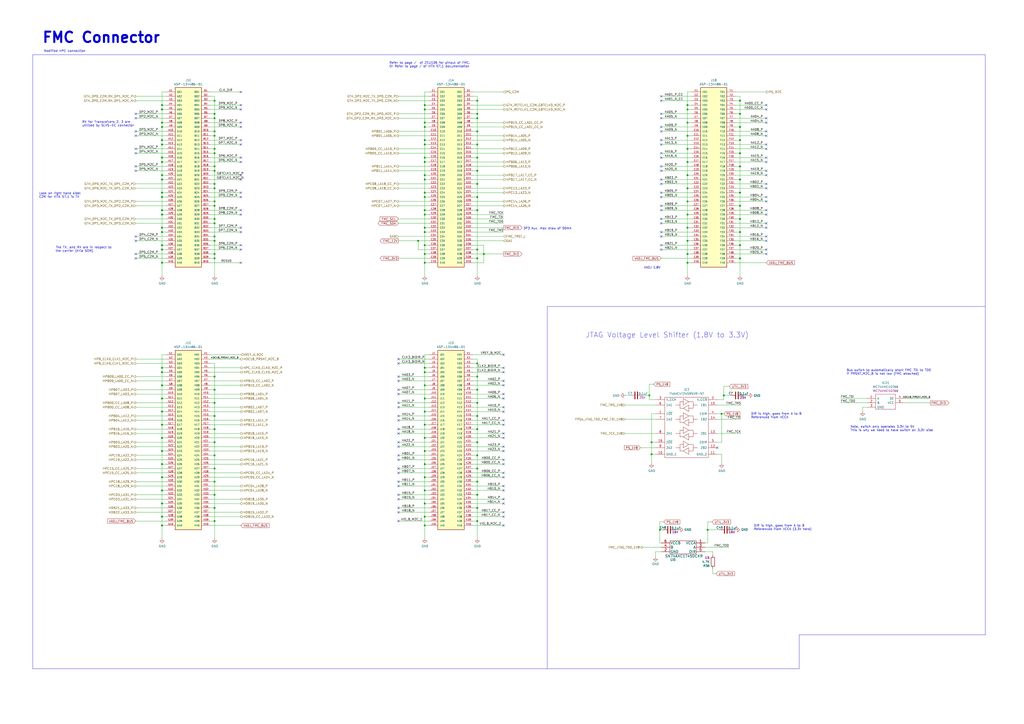
<source format=kicad_sch>
(kicad_sch (version 20230121) (generator eeschema)
  (paper "A2")
  (title_block (title "Top Sheet") (date "2023-12-21") (rev "1.00") (company "ApotheoTech LLC") (comment 1 "SCH: APT-KRIA-FMC") (comment 2 "Author: Chance Reimer"))
  (junction (at 276.86 76.2))
  (junction (at 429.26 104.14))
  (junction (at 246.38 276.86))
  (junction (at 124.46 96.52))
  (junction (at 246.38 292.1))
  (junction (at 398.78 86.36))
  (junction (at 398.78 147.32))
  (junction (at 93.98 213.36))
  (junction (at 419.862 229.362))
  (junction (at 124.46 99.06))
  (junction (at 398.78 139.7))
  (junction (at 124.46 68.58))
  (junction (at 124.46 271.78))
  (junction (at 93.98 134.62))
  (junction (at 93.98 223.52))
  (junction (at 246.38 111.76))
  (junction (at 276.86 66.04))
  (junction (at 276.86 287.02))
  (junction (at 93.98 246.38))
  (junction (at 93.98 132.08))
  (junction (at 429.26 81.28))
  (junction (at 93.98 292.1))
  (junction (at 276.86 68.58))
  (junction (at 124.46 76.2))
  (junction (at 276.86 279.4))
  (junction (at 280.67 147.32))
  (junction (at 93.98 121.92))
  (junction (at 276.86 233.68))
  (junction (at 124.46 127))
  (junction (at 398.78 124.46))
  (junction (at 124.46 149.86))
  (junction (at 398.78 132.08))
  (junction (at 124.46 226.06))
  (junction (at 124.46 287.02))
  (junction (at 124.46 78.74))
  (junction (at 246.38 213.36))
  (junction (at 124.46 233.68))
  (junction (at 398.78 152.4))
  (junction (at 276.86 99.06))
  (junction (at 246.38 152.4))
  (junction (at 124.46 218.44))
  (junction (at 382.778 307.34))
  (junction (at 124.46 66.04))
  (junction (at 246.38 101.6))
  (junction (at 124.46 109.22))
  (junction (at 246.38 132.08))
  (junction (at 124.46 88.9))
  (junction (at 93.98 111.76))
  (junction (at 93.98 269.24))
  (junction (at 246.38 91.44))
  (junction (at 377.952 263.525))
  (junction (at 246.38 73.66))
  (junction (at 246.38 60.96))
  (junction (at 276.86 106.68))
  (junction (at 376.682 229.362))
  (junction (at 276.86 241.3))
  (junction (at 398.78 116.84))
  (junction (at 246.38 93.98))
  (junction (at 246.38 231.14))
  (junction (at 93.98 60.96))
  (junction (at 93.98 114.3))
  (junction (at 429.26 96.52))
  (junction (at 246.38 63.5))
  (junction (at 124.46 137.16))
  (junction (at 276.86 58.42))
  (junction (at 93.98 304.8))
  (junction (at 124.46 302.26))
  (junction (at 246.38 121.92))
  (junction (at 246.38 114.3))
  (junction (at 124.46 58.42))
  (junction (at 124.46 264.16))
  (junction (at 124.46 147.32))
  (junction (at 246.38 304.8))
  (junction (at 429.26 58.42))
  (junction (at 276.86 218.44))
  (junction (at 276.86 121.92))
  (junction (at 429.26 73.66))
  (junction (at 124.46 248.92))
  (junction (at 429.26 142.24))
  (junction (at 276.86 210.82))
  (junction (at 398.78 71.12))
  (junction (at 246.38 269.24))
  (junction (at 124.46 139.7))
  (junction (at 246.38 104.14))
  (junction (at 377.952 256.54))
  (junction (at 246.38 254))
  (junction (at 124.46 279.4))
  (junction (at 429.26 127))
  (junction (at 246.38 147.32))
  (junction (at 93.98 104.14))
  (junction (at 93.98 152.4))
  (junction (at 246.38 284.48))
  (junction (at 93.98 81.28))
  (junction (at 93.98 73.66))
  (junction (at 246.38 238.76))
  (junction (at 124.46 106.68))
  (junction (at 246.38 81.28))
  (junction (at 93.98 144.78))
  (junction (at 124.46 256.54))
  (junction (at 398.78 93.98))
  (junction (at 246.38 142.24))
  (junction (at 276.86 264.16))
  (junction (at 276.86 294.64))
  (junction (at 93.98 276.86))
  (junction (at 93.98 124.46))
  (junction (at 246.38 223.52))
  (junction (at 124.46 129.54))
  (junction (at 93.98 254))
  (junction (at 93.98 284.48))
  (junction (at 246.38 124.46))
  (junction (at 429.26 119.38))
  (junction (at 246.38 215.9))
  (junction (at 246.38 71.12))
  (junction (at 429.26 111.76))
  (junction (at 93.98 142.24))
  (junction (at 93.98 231.14))
  (junction (at 410.464 307.34))
  (junction (at 246.38 246.38))
  (junction (at 276.86 226.06))
  (junction (at 418.592 240.03))
  (junction (at 93.98 238.76))
  (junction (at 246.38 83.82))
  (junction (at 276.86 271.78))
  (junction (at 93.98 91.44))
  (junction (at 276.86 83.82))
  (junction (at 276.86 256.54))
  (junction (at 276.86 114.3))
  (junction (at 398.78 60.96))
  (junction (at 242.57 139.7))
  (junction (at 93.98 83.82))
  (junction (at 246.38 134.62))
  (junction (at 429.26 88.9))
  (junction (at 246.38 299.72))
  (junction (at 93.98 101.6))
  (junction (at 124.46 116.84))
  (junction (at 93.98 71.12))
  (junction (at 429.26 66.04))
  (junction (at 93.98 299.72))
  (junction (at 276.86 149.86))
  (junction (at 398.78 63.5))
  (junction (at 93.98 63.5))
  (junction (at 276.86 248.92))
  (junction (at 124.46 241.3))
  (junction (at 276.86 91.44))
  (junction (at 124.46 119.38))
  (junction (at 398.78 109.22))
  (junction (at 398.78 101.6))
  (junction (at 124.46 294.64))
  (junction (at 124.46 86.36))
  (junction (at 93.98 261.62))
  (junction (at 429.26 134.62))
  (junction (at 246.38 261.62))
  (junction (at 429.26 149.86))
  (junction (at 93.98 93.98))
  (junction (at 276.86 144.78))
  (junction (at 398.78 78.74))
  (junction (at 276.86 302.26))
  (junction (at 93.98 215.9))
  (no_connect (at 444.5 114.3))
  (no_connect (at 292.1 228.6))
  (no_connect (at 444.5 121.92))
  (no_connect (at 139.7 93.98))
  (no_connect (at 231.14 228.6))
  (no_connect (at 139.7 60.96))
  (no_connect (at 444.5 99.06))
  (no_connect (at 139.7 142.24))
  (no_connect (at 292.1 284.48))
  (no_connect (at 444.5 68.58))
  (no_connect (at 139.7 132.08))
  (no_connect (at 292.1 254))
  (no_connect (at 383.54 88.9))
  (no_connect (at 383.54 129.54))
  (no_connect (at 383.54 83.82))
  (no_connect (at 292.1 289.56))
  (no_connect (at 444.5 129.54))
  (no_connect (at 383.54 137.16))
  (no_connect (at 292.1 238.76))
  (no_connect (at 231.14 271.78))
  (no_connect (at 78.74 88.9))
  (no_connect (at 383.54 144.78))
  (no_connect (at 383.54 106.68))
  (no_connect (at 383.54 76.2))
  (no_connect (at 444.5 124.46))
  (no_connect (at 292.1 243.84))
  (no_connect (at 292.1 269.24))
  (no_connect (at 292.1 274.32))
  (no_connect (at 292.1 223.52))
  (no_connect (at 292.1 205.74))
  (no_connect (at 231.14 218.44))
  (no_connect (at 383.54 119.38))
  (no_connect (at 231.14 220.98))
  (no_connect (at 444.5 101.6))
  (no_connect (at 292.1 236.22))
  (no_connect (at 292.1 281.94))
  (no_connect (at 444.5 116.84))
  (no_connect (at 139.7 121.92))
  (no_connect (at 231.14 266.7))
  (no_connect (at 444.5 86.36))
  (no_connect (at 78.74 139.7))
  (no_connect (at 231.14 243.84))
  (no_connect (at 383.54 91.44))
  (no_connect (at 292.1 246.38))
  (no_connect (at 78.74 99.06))
  (no_connect (at 383.54 96.52))
  (no_connect (at 444.5 139.7))
  (no_connect (at 231.14 264.16))
  (no_connect (at 444.5 63.5))
  (no_connect (at 231.14 251.46))
  (no_connect (at 383.54 134.62))
  (no_connect (at 383.54 111.76))
  (no_connect (at 139.7 53.34))
  (no_connect (at 231.14 208.28))
  (no_connect (at 231.14 226.06))
  (no_connect (at 444.5 147.32))
  (no_connect (at 292.1 220.98))
  (no_connect (at 231.14 274.32))
  (no_connect (at 231.14 294.64))
  (no_connect (at 444.5 109.22))
  (no_connect (at 444.5 76.2))
  (no_connect (at 292.1 215.9))
  (no_connect (at 231.14 302.26))
  (no_connect (at 383.54 142.24))
  (no_connect (at 231.14 248.92))
  (no_connect (at 231.14 281.94))
  (no_connect (at 292.1 231.14))
  (no_connect (at 444.5 78.74))
  (no_connect (at 139.7 124.46))
  (no_connect (at 139.7 81.28))
  (no_connect (at 292.1 266.7))
  (no_connect (at 383.54 121.92))
  (no_connect (at 292.1 299.72))
  (no_connect (at 444.5 71.12))
  (no_connect (at 231.14 233.68))
  (no_connect (at 139.7 114.3))
  (no_connect (at 416.052 259.715))
  (no_connect (at 139.7 83.82))
  (no_connect (at 292.1 276.86))
  (no_connect (at 78.74 137.16))
  (no_connect (at 292.1 297.18))
  (no_connect (at 444.5 60.96))
  (no_connect (at 444.5 137.16))
  (no_connect (at 231.14 259.08))
  (no_connect (at 292.1 259.08))
  (no_connect (at 78.74 78.74))
  (no_connect (at 139.7 152.4))
  (no_connect (at 78.74 149.86))
  (no_connect (at 78.74 66.04))
  (no_connect (at 139.7 144.78))
  (no_connect (at 444.5 132.08))
  (no_connect (at 139.7 91.44))
  (no_connect (at 139.7 104.14))
  (no_connect (at 292.1 261.62))
  (no_connect (at 139.7 63.5))
  (no_connect (at 139.7 111.76))
  (no_connect (at 139.7 71.12))
  (no_connect (at 292.1 304.8))
  (no_connect (at 139.7 101.6))
  (no_connect (at 78.74 76.2))
  (no_connect (at 383.54 104.14))
  (no_connect (at 444.5 144.78))
  (no_connect (at 292.1 213.36))
  (no_connect (at 78.74 86.36))
  (no_connect (at 78.74 68.58))
  (no_connect (at 383.54 81.28))
  (no_connect (at 444.5 106.68))
  (no_connect (at 444.5 91.44))
  (no_connect (at 383.54 127))
  (no_connect (at 383.54 68.58))
  (no_connect (at 231.14 236.22))
  (no_connect (at 383.54 58.42))
  (no_connect (at 78.74 147.32))
  (no_connect (at 292.1 251.46))
  (no_connect (at 231.14 210.82))
  (no_connect (at 231.14 241.3))
  (no_connect (at 231.14 256.54))
  (no_connect (at 231.14 279.4))
  (no_connect (at 383.54 66.04))
  (no_connect (at 231.14 297.18))
  (no_connect (at 383.54 99.06))
  (no_connect (at 78.74 96.52))
  (no_connect (at 231.14 287.02))
  (no_connect (at 139.7 73.66))
  (no_connect (at 231.14 289.56))
  (no_connect (at 444.5 83.82))
  (no_connect (at 383.54 55.88))
  (no_connect (at 292.1 292.1))
  (no_connect (at 139.7 134.62))
  (no_connect (at 444.5 93.98))
  (no_connect (at 383.54 73.66))
  (no_connect (at 383.54 114.3))
  (wire (pts (xy 280.67 147.32) (xy 292.1 147.32)))
  (wire (pts (xy 93.98 134.62) (xy 93.98 132.08)))
  (wire (pts (xy 380.238 320.04) (xy 380.238 323.088)))
  (wire (pts (xy 124.46 279.4) (xy 121.92 279.4)))
  (wire (pts (xy 96.52 86.36) (xy 78.74 86.36)))
  (wire (pts (xy 246.38 246.38) (xy 246.38 254)))
  (wire (pts (xy 246.38 60.96) (xy 246.38 63.5)))
  (wire (pts (xy 124.46 294.64) (xy 121.92 294.64)))
  (wire (pts (xy 246.38 152.4) (xy 246.38 160.02)))
  (wire (pts (xy 429.26 142.24) (xy 429.26 134.62)))
  (wire (pts (xy 274.32 304.8) (xy 292.1 304.8)))
  (wire (pts (xy 246.38 152.4) (xy 246.38 147.32)))
  (wire (pts (xy 246.38 299.72) (xy 246.38 304.8)))
  (wire (pts (xy 429.26 81.28) (xy 429.26 88.9)))
  (wire (pts (xy 246.38 132.08) (xy 246.38 134.62)))
  (wire (pts (xy 382.778 307.34) (xy 382.778 314.96)))
  (wire (pts (xy 426.72 53.34) (xy 444.5 53.34)))
  (wire (pts (xy 96.52 96.52) (xy 78.74 96.52)))
  (wire (pts (xy 248.92 228.6) (xy 231.14 228.6)))
  (wire (pts (xy 429.26 58.42) (xy 429.26 66.04)))
  (wire (pts (xy 93.98 152.4) (xy 93.98 144.78)))
  (wire (pts (xy 246.38 93.98) (xy 246.38 101.6)))
  (wire (pts (xy 96.52 55.88) (xy 78.74 55.88)))
  (wire (pts (xy 248.92 116.84) (xy 231.14 116.84)))
  (wire (pts (xy 121.92 73.66) (xy 139.7 73.66)))
  (wire (pts (xy 274.32 231.14) (xy 292.1 231.14)))
  (wire (pts (xy 124.46 119.38) (xy 124.46 116.84)))
  (wire (pts (xy 401.32 121.92) (xy 383.54 121.92)))
  (wire (pts (xy 121.92 58.42) (xy 124.46 58.42)))
  (wire (pts (xy 248.92 289.56) (xy 231.14 289.56)))
  (wire (pts (xy 246.38 81.28) (xy 248.92 81.28)))
  (wire (pts (xy 246.38 81.28) (xy 246.38 83.82)))
  (wire (pts (xy 96.52 63.5) (xy 93.98 63.5)))
  (wire (pts (xy 96.52 241.3) (xy 78.74 241.3)))
  (wire (pts (xy 431.292 229.362) (xy 433.832 229.362)))
  (wire (pts (xy 96.52 149.86) (xy 78.74 149.86)))
  (wire (pts (xy 276.86 58.42) (xy 276.86 66.04)))
  (wire (pts (xy 248.92 205.74) (xy 246.38 205.74)))
  (wire (pts (xy 96.52 147.32) (xy 78.74 147.32)))
  (wire (pts (xy 401.32 132.08) (xy 398.78 132.08)))
  (wire (pts (xy 408.94 314.96) (xy 410.464 314.96)))
  (wire (pts (xy 96.52 119.38) (xy 78.74 119.38)))
  (wire (pts (xy 426.72 134.62) (xy 429.26 134.62)))
  (wire (pts (xy 274.32 266.7) (xy 292.1 266.7)))
  (wire (pts (xy 418.592 256.54) (xy 416.052 256.54)))
  (wire (pts (xy 124.46 279.4) (xy 124.46 287.02)))
  (polyline (pts (xy 571.5 177.8) (xy 317.5 177.8)))
  (wire (pts (xy 121.92 243.84) (xy 139.7 243.84)))
  (wire (pts (xy 124.46 139.7) (xy 124.46 137.16)))
  (wire (pts (xy 246.38 134.62) (xy 248.92 134.62)))
  (wire (pts (xy 96.52 251.46) (xy 78.74 251.46)))
  (wire (pts (xy 124.46 66.04) (xy 124.46 68.58)))
  (wire (pts (xy 426.72 73.66) (xy 429.26 73.66)))
  (wire (pts (xy 274.32 60.96) (xy 292.1 60.96)))
  (wire (pts (xy 96.52 208.28) (xy 78.74 208.28)))
  (wire (pts (xy 401.32 81.28) (xy 383.54 81.28)))
  (wire (pts (xy 93.98 144.78) (xy 93.98 142.24)))
  (wire (pts (xy 93.98 132.08) (xy 93.98 124.46)))
  (wire (pts (xy 276.86 83.82) (xy 276.86 91.44)))
  (wire (pts (xy 121.92 114.3) (xy 139.7 114.3)))
  (wire (pts (xy 426.72 101.6) (xy 444.5 101.6)))
  (polyline (pts (xy 19.05 387.985) (xy 19.05 31.75)))
  (wire (pts (xy 96.52 134.62) (xy 93.98 134.62)))
  (wire (pts (xy 426.72 83.82) (xy 444.5 83.82)))
  (wire (pts (xy 429.26 111.76) (xy 429.26 119.38)))
  (wire (pts (xy 121.92 259.08) (xy 139.7 259.08)))
  (wire (pts (xy 96.52 137.16) (xy 78.74 137.16)))
  (wire (pts (xy 276.86 208.28) (xy 276.86 210.82)))
  (wire (pts (xy 401.32 114.3) (xy 383.54 114.3)))
  (wire (pts (xy 124.46 68.58) (xy 124.46 76.2)))
  (wire (pts (xy 401.32 137.16) (xy 383.54 137.16)))
  (wire (pts (xy 96.52 281.94) (xy 78.74 281.94)))
  (wire (pts (xy 429.26 149.86) (xy 429.26 142.24)))
  (wire (pts (xy 426.72 132.08) (xy 444.5 132.08)))
  (wire (pts (xy 246.38 292.1) (xy 248.92 292.1)))
  (wire (pts (xy 246.38 121.92) (xy 248.92 121.92)))
  (wire (pts (xy 248.92 241.3) (xy 231.14 241.3)))
  (wire (pts (xy 124.46 271.78) (xy 121.92 271.78)))
  (wire (pts (xy 121.92 236.22) (xy 139.7 236.22)))
  (wire (pts (xy 248.92 55.88) (xy 231.14 55.88)))
  (wire (pts (xy 426.72 104.14) (xy 429.26 104.14)))
  (wire (pts (xy 248.92 297.18) (xy 231.14 297.18)))
  (wire (pts (xy 93.98 101.6) (xy 93.98 93.98)))
  (wire (pts (xy 274.32 208.28) (xy 276.86 208.28)))
  (wire (pts (xy 246.38 213.36) (xy 248.92 213.36)))
  (wire (pts (xy 274.32 215.9) (xy 292.1 215.9)))
  (wire (pts (xy 96.52 109.22) (xy 78.74 109.22)))
  (wire (pts (xy 246.38 71.12) (xy 248.92 71.12)))
  (wire (pts (xy 246.38 215.9) (xy 246.38 223.52)))
  (wire (pts (xy 124.46 210.82) (xy 124.46 218.44)))
  (wire (pts (xy 121.92 292.1) (xy 139.7 292.1)))
  (wire (pts (xy 426.72 63.5) (xy 444.5 63.5)))
  (wire (pts (xy 248.92 208.28) (xy 231.14 208.28)))
  (wire (pts (xy 401.32 142.24) (xy 383.54 142.24)))
  (wire (pts (xy 96.52 269.24) (xy 93.98 269.24)))
  (wire (pts (xy 274.32 276.86) (xy 292.1 276.86)))
  (wire (pts (xy 246.38 101.6) (xy 246.38 104.14)))
  (wire (pts (xy 276.86 279.4) (xy 276.86 287.02)))
  (wire (pts (xy 276.86 99.06) (xy 276.86 106.68)))
  (wire (pts (xy 246.38 238.76) (xy 248.92 238.76)))
  (wire (pts (xy 93.98 152.4) (xy 93.98 160.02)))
  (wire (pts (xy 121.92 246.38) (xy 139.7 246.38)))
  (wire (pts (xy 274.32 104.14) (xy 292.1 104.14)))
  (wire (pts (xy 124.46 147.32) (xy 124.46 139.7)))
  (wire (pts (xy 398.78 60.96) (xy 398.78 63.5)))
  (wire (pts (xy 93.98 213.36) (xy 93.98 215.9)))
  (wire (pts (xy 398.78 63.5) (xy 401.32 63.5)))
  (wire (pts (xy 246.38 124.46) (xy 248.92 124.46)))
  (wire (pts (xy 380.492 234.95) (xy 362.712 234.95)))
  (wire (pts (xy 276.86 264.16) (xy 274.32 264.16)))
  (wire (pts (xy 124.46 78.74) (xy 124.46 86.36)))
  (wire (pts (xy 96.52 276.86) (xy 93.98 276.86)))
  (wire (pts (xy 121.92 297.18) (xy 139.7 297.18)))
  (polyline (pts (xy 19.05 387.985) (xy 463.55 387.985)))
  (wire (pts (xy 380.492 251.46) (xy 362.712 251.46)))
  (wire (pts (xy 124.46 218.44) (xy 124.46 226.06)))
  (wire (pts (xy 398.78 152.4) (xy 398.78 160.02)))
  (wire (pts (xy 121.92 215.9) (xy 139.7 215.9)))
  (wire (pts (xy 426.72 96.52) (xy 429.26 96.52)))
  (wire (pts (xy 96.52 297.18) (xy 78.74 297.18)))
  (wire (pts (xy 96.52 68.58) (xy 78.74 68.58)))
  (wire (pts (xy 248.92 210.82) (xy 231.14 210.82)))
  (wire (pts (xy 96.52 228.6) (xy 78.74 228.6)))
  (wire (pts (xy 398.78 78.74) (xy 401.32 78.74)))
  (wire (pts (xy 96.52 236.22) (xy 78.74 236.22)))
  (wire (pts (xy 96.52 58.42) (xy 78.74 58.42)))
  (wire (pts (xy 93.98 83.82) (xy 96.52 83.82)))
  (wire (pts (xy 246.38 63.5) (xy 246.38 71.12)))
  (wire (pts (xy 93.98 73.66) (xy 96.52 73.66)))
  (wire (pts (xy 248.92 127) (xy 231.14 127)))
  (wire (pts (xy 124.46 58.42) (xy 124.46 66.04)))
  (wire (pts (xy 121.92 81.28) (xy 139.7 81.28)))
  (wire (pts (xy 401.32 88.9) (xy 383.54 88.9)))
  (wire (pts (xy 276.86 114.3) (xy 276.86 121.92)))
  (wire (pts (xy 96.52 139.7) (xy 78.74 139.7)))
  (wire (pts (xy 124.46 271.78) (xy 124.46 279.4)))
  (wire (pts (xy 121.92 129.54) (xy 124.46 129.54)))
  (wire (pts (xy 276.86 248.92) (xy 276.86 256.54)))
  (wire (pts (xy 124.46 287.02) (xy 121.92 287.02)))
  (wire (pts (xy 274.32 274.32) (xy 292.1 274.32)))
  (polyline (pts (xy 19.05 31.75) (xy 571.5 31.75)))
  (wire (pts (xy 401.32 101.6) (xy 398.78 101.6)))
  (wire (pts (xy 429.26 88.9) (xy 429.26 96.52)))
  (wire (pts (xy 276.86 144.78) (xy 274.32 144.78)))
  (wire (pts (xy 276.86 287.02) (xy 274.32 287.02)))
  (wire (pts (xy 248.92 76.2) (xy 231.14 76.2)))
  (wire (pts (xy 124.46 55.88) (xy 121.92 55.88)))
  (wire (pts (xy 398.78 78.74) (xy 398.78 86.36)))
  (wire (pts (xy 121.92 284.48) (xy 139.7 284.48)))
  (wire (pts (xy 96.52 299.72) (xy 93.98 299.72)))
  (wire (pts (xy 124.46 149.86) (xy 124.46 160.02)))
  (wire (pts (xy 124.46 256.54) (xy 124.46 264.16)))
  (wire (pts (xy 93.98 83.82) (xy 93.98 91.44)))
  (wire (pts (xy 248.92 302.26) (xy 231.14 302.26)))
  (wire (pts (xy 401.32 127) (xy 383.54 127)))
  (wire (pts (xy 274.32 53.34) (xy 292.1 53.34)))
  (wire (pts (xy 246.38 231.14) (xy 248.92 231.14)))
  (wire (pts (xy 93.98 223.52) (xy 93.98 231.14)))
  (wire (pts (xy 415.29 332.74) (xy 413.512 332.74)))
  (wire (pts (xy 276.86 248.92) (xy 274.32 248.92)))
  (wire (pts (xy 426.72 142.24) (xy 429.26 142.24)))
  (wire (pts (xy 124.46 226.06) (xy 121.92 226.06)))
  (wire (pts (xy 93.98 299.72) (xy 93.98 304.8)))
  (wire (pts (xy 398.78 139.7) (xy 398.78 132.08)))
  (wire (pts (xy 416.052 240.03) (xy 418.592 240.03)))
  (wire (pts (xy 426.72 149.86) (xy 429.26 149.86)))
  (wire (pts (xy 426.72 71.12) (xy 444.5 71.12)))
  (wire (pts (xy 274.32 111.76) (xy 292.1 111.76)))
  (wire (pts (xy 276.86 226.06) (xy 276.86 233.68)))
  (wire (pts (xy 248.92 279.4) (xy 231.14 279.4)))
  (wire (pts (xy 274.32 58.42) (xy 276.86 58.42)))
  (wire (pts (xy 248.92 236.22) (xy 231.14 236.22)))
  (wire (pts (xy 124.46 127) (xy 124.46 119.38)))
  (wire (pts (xy 121.92 254) (xy 139.7 254)))
  (wire (pts (xy 246.38 215.9) (xy 248.92 215.9)))
  (wire (pts (xy 274.32 254) (xy 292.1 254)))
  (wire (pts (xy 380.492 231.775) (xy 376.682 231.775)))
  (wire (pts (xy 93.98 304.8) (xy 96.52 304.8)))
  (wire (pts (xy 372.872 229.362) (xy 376.682 229.362)))
  (wire (pts (xy 274.32 228.6) (xy 292.1 228.6)))
  (wire (pts (xy 276.86 114.3) (xy 274.32 114.3)))
  (wire (pts (xy 274.32 220.98) (xy 292.1 220.98)))
  (wire (pts (xy 276.86 83.82) (xy 274.32 83.82)))
  (wire (pts (xy 401.32 109.22) (xy 398.78 109.22)))
  (wire (pts (xy 96.52 287.02) (xy 78.74 287.02)))
  (wire (pts (xy 246.38 124.46) (xy 246.38 132.08)))
  (wire (pts (xy 276.86 121.92) (xy 274.32 121.92)))
  (wire (pts (xy 276.86 76.2) (xy 274.32 76.2)))
  (wire (pts (xy 96.52 101.6) (xy 93.98 101.6)))
  (wire (pts (xy 274.32 292.1) (xy 292.1 292.1)))
  (wire (pts (xy 121.92 137.16) (xy 124.46 137.16)))
  (wire (pts (xy 93.98 276.86) (xy 93.98 284.48)))
  (wire (pts (xy 124.46 76.2) (xy 121.92 76.2)))
  (wire (pts (xy 248.92 233.68) (xy 231.14 233.68)))
  (wire (pts (xy 401.32 129.54) (xy 383.54 129.54)))
  (wire (pts (xy 93.98 246.38) (xy 93.98 254)))
  (wire (pts (xy 274.32 109.22) (xy 292.1 109.22)))
  (wire (pts (xy 246.38 71.12) (xy 246.38 73.66)))
  (wire (pts (xy 246.38 114.3) (xy 246.38 121.92)))
  (wire (pts (xy 274.32 269.24) (xy 292.1 269.24)))
  (wire (pts (xy 429.26 134.62) (xy 429.26 127)))
  (wire (pts (xy 416.052 234.95) (xy 429.895 234.95)))
  (wire (pts (xy 124.46 248.92) (xy 121.92 248.92)))
  (wire (pts (xy 124.46 248.92) (xy 124.46 256.54)))
  (wire (pts (xy 398.78 53.34) (xy 398.78 60.96)))
  (wire (pts (xy 401.32 68.58) (xy 383.54 68.58)))
  (wire (pts (xy 96.52 88.9) (xy 78.74 88.9)))
  (wire (pts (xy 274.32 289.56) (xy 292.1 289.56)))
  (wire (pts (xy 408.94 317.5) (xy 422.91 317.5)))
  (wire (pts (xy 124.46 96.52) (xy 124.46 99.06)))
  (wire (pts (xy 401.32 106.68) (xy 383.54 106.68)))
  (wire (pts (xy 274.32 78.74) (xy 292.1 78.74)))
  (polyline (pts (xy 463.55 387.985) (xy 463.55 368.3)))
  (wire (pts (xy 280.67 142.24) (xy 280.67 147.32)))
  (wire (pts (xy 121.92 101.6) (xy 139.7 101.6)))
  (wire (pts (xy 276.86 106.68) (xy 276.86 114.3)))
  (wire (pts (xy 539.75 231.14) (xy 524.51 231.14)))
  (wire (pts (xy 276.86 99.06) (xy 274.32 99.06)))
  (wire (pts (xy 246.38 53.34) (xy 246.38 60.96)))
  (wire (pts (xy 401.32 116.84) (xy 398.78 116.84)))
  (wire (pts (xy 248.92 93.98) (xy 246.38 93.98)))
  (wire (pts (xy 124.46 264.16) (xy 121.92 264.16)))
  (wire (pts (xy 426.72 147.32) (xy 444.5 147.32)))
  (wire (pts (xy 398.78 152.4) (xy 398.78 147.32)))
  (wire (pts (xy 401.32 99.06) (xy 383.54 99.06)))
  (wire (pts (xy 248.92 68.58) (xy 231.14 68.58)))
  (wire (pts (xy 429.26 55.88) (xy 426.72 55.88)))
  (wire (pts (xy 426.593 307.34) (xy 424.815 307.34)))
  (wire (pts (xy 398.78 71.12) (xy 401.32 71.12)))
  (wire (pts (xy 401.32 58.42) (xy 383.54 58.42)))
  (wire (pts (xy 401.32 152.4) (xy 398.78 152.4)))
  (wire (pts (xy 401.32 139.7) (xy 398.78 139.7)))
  (wire (pts (xy 121.92 63.5) (xy 139.7 63.5)))
  (wire (pts (xy 246.38 304.8) (xy 246.38 312.42)))
  (wire (pts (xy 93.98 304.8) (xy 93.98 312.42)))
  (wire (pts (xy 246.38 104.14) (xy 248.92 104.14)))
  (wire (pts (xy 96.52 292.1) (xy 93.98 292.1)))
  (wire (pts (xy 246.38 276.86) (xy 248.92 276.86)))
  (wire (pts (xy 248.92 96.52) (xy 231.14 96.52)))
  (wire (pts (xy 398.78 71.12) (xy 398.78 78.74)))
  (wire (pts (xy 524.51 233.68) (xy 539.75 233.68)))
  (wire (pts (xy 96.52 121.92) (xy 93.98 121.92)))
  (wire (pts (xy 96.52 218.44) (xy 78.74 218.44)))
  (wire (pts (xy 124.46 99.06) (xy 121.92 99.06)))
  (wire (pts (xy 401.32 134.62) (xy 383.54 134.62)))
  (wire (pts (xy 413.512 332.74) (xy 413.512 329.692)))
  (wire (pts (xy 246.38 213.36) (xy 246.38 215.9)))
  (wire (pts (xy 365.252 229.362) (xy 362.712 229.362)))
  (wire (pts (xy 379.222 222.885) (xy 376.682 222.885)))
  (wire (pts (xy 401.32 73.66) (xy 383.54 73.66)))
  (wire (pts (xy 246.38 292.1) (xy 246.38 299.72)))
  (wire (pts (xy 246.38 304.8) (xy 248.92 304.8)))
  (polyline (pts (xy 571.5 31.75) (xy 571.5 368.3)))
  (wire (pts (xy 276.86 149.86) (xy 276.86 160.02)))
  (wire (pts (xy 377.952 263.525) (xy 380.492 263.525)))
  (wire (pts (xy 96.52 243.84) (xy 78.74 243.84)))
  (wire (pts (xy 426.72 78.74) (xy 444.5 78.74)))
  (wire (pts (xy 246.38 231.14) (xy 246.38 238.76)))
  (wire (pts (xy 274.32 251.46) (xy 292.1 251.46)))
  (wire (pts (xy 96.52 266.7) (xy 78.74 266.7)))
  (wire (pts (xy 418.592 263.525) (xy 418.592 268.732)))
  (wire (pts (xy 274.32 297.18) (xy 292.1 297.18)))
  (wire (pts (xy 246.38 121.92) (xy 246.38 124.46)))
  (wire (pts (xy 384.302 307.34) (xy 382.778 307.34)))
  (wire (pts (xy 276.86 76.2) (xy 276.86 83.82)))
  (wire (pts (xy 248.92 294.64) (xy 231.14 294.64)))
  (wire (pts (xy 398.78 101.6) (xy 398.78 93.98)))
  (wire (pts (xy 398.78 86.36) (xy 401.32 86.36)))
  (wire (pts (xy 121.92 208.28) (xy 139.7 208.28)))
  (wire (pts (xy 274.32 101.6) (xy 292.1 101.6)))
  (wire (pts (xy 124.46 88.9) (xy 121.92 88.9)))
  (wire (pts (xy 121.92 251.46) (xy 139.7 251.46)))
  (wire (pts (xy 96.52 129.54) (xy 78.74 129.54)))
  (wire (pts (xy 274.32 236.22) (xy 292.1 236.22)))
  (wire (pts (xy 398.78 132.08) (xy 398.78 124.46)))
  (wire (pts (xy 276.86 294.64) (xy 274.32 294.64)))
  (wire (pts (xy 276.86 66.04) (xy 276.86 68.58)))
  (wire (pts (xy 246.38 299.72) (xy 248.92 299.72)))
  (wire (pts (xy 274.32 124.46) (xy 292.1 124.46)))
  (wire (pts (xy 124.46 233.68) (xy 121.92 233.68)))
  (wire (pts (xy 274.32 238.76) (xy 292.1 238.76)))
  (wire (pts (xy 487.68 233.68) (xy 502.92 233.68)))
  (wire (pts (xy 248.92 142.24) (xy 246.38 142.24)))
  (wire (pts (xy 280.67 152.4) (xy 280.67 147.32)))
  (wire (pts (xy 248.92 129.54) (xy 231.14 129.54)))
  (wire (pts (xy 377.952 240.03) (xy 377.952 256.54)))
  (wire (pts (xy 276.86 144.78) (xy 276.86 149.86)))
  (wire (pts (xy 276.86 287.02) (xy 276.86 294.64)))
  (wire (pts (xy 276.86 241.3) (xy 274.32 241.3)))
  (wire (pts (xy 426.72 93.98) (xy 444.5 93.98)))
  (wire (pts (xy 124.46 78.74) (xy 121.92 78.74)))
  (wire (pts (xy 502.92 231.14) (xy 487.68 231.14)))
  (wire (pts (xy 96.52 284.48) (xy 93.98 284.48)))
  (wire (pts (xy 248.92 220.98) (xy 231.14 220.98)))
  (wire (pts (xy 93.98 53.34) (xy 93.98 60.96)))
  (wire (pts (xy 96.52 256.54) (xy 78.74 256.54)))
  (wire (pts (xy 124.46 106.68) (xy 124.46 99.06)))
  (wire (pts (xy 121.92 147.32) (xy 124.46 147.32)))
  (wire (pts (xy 248.92 243.84) (xy 231.14 243.84)))
  (wire (pts (xy 96.52 114.3) (xy 93.98 114.3)))
  (wire (pts (xy 401.32 111.76) (xy 383.54 111.76)))
  (wire (pts (xy 413.512 322.072) (xy 413.512 320.04)))
  (wire (pts (xy 124.46 226.06) (xy 124.46 233.68)))
  (wire (pts (xy 274.32 73.66) (xy 292.1 73.66)))
  (wire (pts (xy 246.38 142.24) (xy 246.38 134.62)))
  (wire (pts (xy 383.54 317.5) (xy 372.618 317.5)))
  (wire (pts (xy 423.672 229.362) (xy 419.862 229.362)))
  (wire (pts (xy 93.98 91.44) (xy 93.98 93.98)))
  (wire (pts (xy 429.26 58.42) (xy 429.26 55.88)))
  (wire (pts (xy 410.464 302.768) (xy 413.004 302.768)))
  (wire (pts (xy 121.92 231.14) (xy 139.7 231.14)))
  (wire (pts (xy 500.38 236.22) (xy 500.38 238.76)))
  (wire (pts (xy 121.92 274.32) (xy 139.7 274.32)))
  (wire (pts (xy 376.682 231.775) (xy 376.682 229.362)))
  (wire (pts (xy 401.32 149.86) (xy 383.54 149.86)))
  (wire (pts (xy 248.92 88.9) (xy 231.14 88.9)))
  (wire (pts (xy 121.92 289.56) (xy 139.7 289.56)))
  (wire (pts (xy 121.92 127) (xy 124.46 127)))
  (wire (pts (xy 274.32 284.48) (xy 292.1 284.48)))
  (wire (pts (xy 93.98 238.76) (xy 93.98 246.38)))
  (wire (pts (xy 121.92 228.6) (xy 139.7 228.6)))
  (wire (pts (xy 124.46 302.26) (xy 124.46 312.42)))
  (wire (pts (xy 401.32 93.98) (xy 398.78 93.98)))
  (wire (pts (xy 93.98 73.66) (xy 93.98 81.28)))
  (wire (pts (xy 121.92 281.94) (xy 139.7 281.94)))
  (wire (pts (xy 121.92 139.7) (xy 124.46 139.7)))
  (wire (pts (xy 274.32 243.84) (xy 292.1 243.84)))
  (wire (pts (xy 121.92 132.08) (xy 139.7 132.08)))
  (wire (pts (xy 276.86 233.68) (xy 274.32 233.68)))
  (wire (pts (xy 426.72 119.38) (xy 429.26 119.38)))
  (wire (pts (xy 93.98 215.9) (xy 96.52 215.9)))
  (wire (pts (xy 398.78 124.46) (xy 398.78 116.84)))
  (wire (pts (xy 426.72 111.76) (xy 429.26 111.76)))
  (wire (pts (xy 419.862 224.155) (xy 419.862 229.362)))
  (wire (pts (xy 246.38 147.32) (xy 246.38 142.24)))
  (wire (pts (xy 124.46 76.2) (xy 124.46 78.74)))
  (wire (pts (xy 96.52 302.26) (xy 78.74 302.26)))
  (wire (pts (xy 276.86 218.44) (xy 276.86 226.06)))
  (wire (pts (xy 231.14 149.86) (xy 248.92 149.86)))
  (wire (pts (xy 276.86 294.64) (xy 276.86 302.26)))
  (wire (pts (xy 96.52 294.64) (xy 78.74 294.64)))
  (wire (pts (xy 124.46 241.3) (xy 124.46 248.92)))
  (wire (pts (xy 96.52 60.96) (xy 93.98 60.96)))
  (wire (pts (xy 246.38 83.82) (xy 246.38 91.44)))
  (wire (pts (xy 121.92 304.8) (xy 139.7 304.8)))
  (wire (pts (xy 382.778 302.768) (xy 382.778 307.34)))
  (wire (pts (xy 426.72 76.2) (xy 444.5 76.2)))
  (wire (pts (xy 426.72 106.68) (xy 444.5 106.68)))
  (wire (pts (xy 274.32 116.84) (xy 292.1 116.84)))
  (wire (pts (xy 248.92 144.78) (xy 242.57 144.78)))
  (wire (pts (xy 246.38 238.76) (xy 246.38 246.38)))
  (wire (pts (xy 121.92 223.52) (xy 139.7 223.52)))
  (wire (pts (xy 426.72 114.3) (xy 444.5 114.3)))
  (wire (pts (xy 248.92 264.16) (xy 231.14 264.16)))
  (wire (pts (xy 429.26 104.14) (xy 429.26 111.76)))
  (wire (pts (xy 248.92 251.46) (xy 231.14 251.46)))
  (wire (pts (xy 248.92 271.78) (xy 231.14 271.78)))
  (wire (pts (xy 274.32 86.36) (xy 292.1 86.36)))
  (wire (pts (xy 426.72 66.04) (xy 429.26 66.04)))
  (wire (pts (xy 274.32 147.32) (xy 280.67 147.32)))
  (wire (pts (xy 121.92 142.24) (xy 139.7 142.24)))
  (wire (pts (xy 248.92 119.38) (xy 231.14 119.38)))
  (wire (pts (xy 96.52 248.92) (xy 78.74 248.92)))
  (wire (pts (xy 246.38 91.44) (xy 246.38 93.98)))
  (wire (pts (xy 426.72 137.16) (xy 444.5 137.16)))
  (wire (pts (xy 248.92 86.36) (xy 231.14 86.36)))
  (wire (pts (xy 124.46 96.52) (xy 121.92 96.52)))
  (wire (pts (xy 124.46 264.16) (xy 124.46 271.78)))
  (wire (pts (xy 96.52 127) (xy 78.74 127)))
  (wire (pts (xy 429.26 66.04) (xy 429.26 73.66)))
  (wire (pts (xy 246.38 269.24) (xy 246.38 276.86)))
  (wire (pts (xy 124.46 149.86) (xy 124.46 147.32)))
  (wire (pts (xy 377.952 256.54) (xy 377.952 263.525)))
  (wire (pts (xy 121.92 276.86) (xy 139.7 276.86)))
  (wire (pts (xy 401.32 147.32) (xy 398.78 147.32)))
  (wire (pts (xy 276.86 149.86) (xy 274.32 149.86)))
  (wire (pts (xy 276.86 256.54) (xy 276.86 264.16)))
  (wire (pts (xy 246.38 101.6) (xy 248.92 101.6)))
  (wire (pts (xy 242.57 144.78) (xy 242.57 139.7)))
  (wire (pts (xy 426.72 60.96) (xy 444.5 60.96)))
  (wire (pts (xy 274.32 81.28) (xy 292.1 81.28)))
  (wire (pts (xy 246.38 205.74) (xy 246.38 213.36)))
  (wire (pts (xy 248.92 226.06) (xy 231.14 226.06)))
  (wire (pts (xy 121.92 93.98) (xy 139.7 93.98)))
  (wire (pts (xy 426.72 91.44) (xy 444.5 91.44)))
  (wire (pts (xy 246.38 132.08) (xy 248.92 132.08)))
  (wire (pts (xy 276.86 302.26) (xy 274.32 302.26)))
  (wire (pts (xy 121.92 218.44) (xy 124.46 218.44)))
  (wire (pts (xy 401.32 55.88) (xy 383.54 55.88)))
  (wire (pts (xy 93.98 71.12) (xy 93.98 73.66)))
  (wire (pts (xy 276.86 264.16) (xy 276.86 271.78)))
  (wire (pts (xy 96.52 104.14) (xy 93.98 104.14)))
  (wire (pts (xy 96.52 254) (xy 93.98 254)))
  (wire (pts (xy 377.952 256.54) (xy 380.492 256.54)))
  (wire (pts (xy 426.72 127) (xy 429.26 127)))
  (wire (pts (xy 276.86 91.44) (xy 274.32 91.44)))
  (wire (pts (xy 93.98 93.98) (xy 96.52 93.98)))
  (wire (pts (xy 426.72 121.92) (xy 444.5 121.92)))
  (wire (pts (xy 248.92 281.94) (xy 231.14 281.94)))
  (wire (pts (xy 124.46 58.42) (xy 124.46 55.88)))
  (wire (pts (xy 274.32 88.9) (xy 292.1 88.9)))
  (wire (pts (xy 121.92 266.7) (xy 139.7 266.7)))
  (wire (pts (xy 426.72 81.28) (xy 429.26 81.28)))
  (wire (pts (xy 276.86 233.68) (xy 276.86 241.3)))
  (wire (pts (xy 398.78 116.84) (xy 398.78 109.22)))
  (wire (pts (xy 121.92 269.24) (xy 139.7 269.24)))
  (wire (pts (xy 276.86 91.44) (xy 276.86 99.06)))
  (wire (pts (xy 242.57 139.7) (xy 248.92 139.7)))
  (wire (pts (xy 276.86 256.54) (xy 274.32 256.54)))
  (wire (pts (xy 426.72 88.9) (xy 429.26 88.9)))
  (wire (pts (xy 401.32 60.96) (xy 398.78 60.96)))
  (wire (pts (xy 423.037 224.155) (xy 419.862 224.155)))
  (wire (pts (xy 398.78 109.22) (xy 398.78 101.6)))
  (wire (pts (xy 274.32 210.82) (xy 276.86 210.82)))
  (wire (pts (xy 96.52 205.74) (xy 93.98 205.74)))
  (wire (pts (xy 426.72 109.22) (xy 444.5 109.22)))
  (wire (pts (xy 410.464 307.34) (xy 417.195 307.34)))
  (wire (pts (xy 93.98 269.24) (xy 93.98 276.86)))
  (wire (pts (xy 96.52 142.24) (xy 93.98 142.24)))
  (wire (pts (xy 124.46 129.54) (xy 124.46 127)))
  (wire (pts (xy 426.72 144.78) (xy 444.5 144.78)))
  (wire (pts (xy 124.46 241.3) (xy 121.92 241.3)))
  (wire (pts (xy 96.52 116.84) (xy 78.74 116.84)))
  (wire (pts (xy 401.32 119.38) (xy 383.54 119.38)))
  (wire (pts (xy 276.86 121.92) (xy 276.86 144.78)))
  (wire (pts (xy 248.92 287.02) (xy 231.14 287.02)))
  (wire (pts (xy 248.92 274.32) (xy 231.14 274.32)))
  (wire (pts (xy 96.52 238.76) (xy 93.98 238.76)))
  (wire (pts (xy 274.32 129.54) (xy 292.1 129.54)))
  (wire (pts (xy 248.92 256.54) (xy 231.14 256.54)))
  (wire (pts (xy 246.38 73.66) (xy 246.38 81.28)))
  (wire (pts (xy 248.92 259.08) (xy 231.14 259.08)))
  (wire (pts (xy 418.592 263.525) (xy 416.052 263.525)))
  (wire (pts (xy 124.46 109.22) (xy 124.46 106.68)))
  (wire (pts (xy 398.78 63.5) (xy 398.78 71.12)))
  (wire (pts (xy 121.92 121.92) (xy 139.7 121.92)))
  (wire (pts (xy 93.98 292.1) (xy 93.98 299.72)))
  (wire (pts (xy 93.98 124.46) (xy 93.98 121.92)))
  (wire (pts (xy 124.46 294.64) (xy 124.46 302.26)))
  (wire (pts (xy 246.38 254) (xy 248.92 254)))
  (wire (pts (xy 124.46 256.54) (xy 121.92 256.54)))
  (wire (pts (xy 276.86 55.88) (xy 274.32 55.88)))
  (wire (pts (xy 274.32 279.4) (xy 276.86 279.4)))
  (wire (pts (xy 96.52 246.38) (xy 93.98 246.38)))
  (wire (pts (xy 401.32 104.14) (xy 383.54 104.14)))
  (wire (pts (xy 121.92 124.46) (xy 139.7 124.46)))
  (wire (pts (xy 96.52 132.08) (xy 93.98 132.08)))
  (wire (pts (xy 121.92 205.74) (xy 139.7 205.74)))
  (wire (pts (xy 96.52 76.2) (xy 78.74 76.2)))
  (wire (pts (xy 93.98 81.28) (xy 93.98 83.82)))
  (wire (pts (xy 401.32 76.2) (xy 383.54 76.2)))
  (wire (pts (xy 93.98 71.12) (xy 96.52 71.12)))
  (wire (pts (xy 276.86 66.04) (xy 274.32 66.04)))
  (wire (pts (xy 274.32 223.52) (xy 292.1 223.52)))
  (wire (pts (xy 401.32 66.04) (xy 383.54 66.04)))
  (wire (pts (xy 274.32 71.12) (xy 292.1 71.12)))
  (wire (pts (xy 124.46 116.84) (xy 124.46 109.22)))
  (wire (pts (xy 426.72 152.4) (xy 444.5 152.4)))
  (wire (pts (xy 96.52 106.68) (xy 78.74 106.68)))
  (wire (pts (xy 96.52 271.78) (xy 78.74 271.78)))
  (wire (pts (xy 276.86 241.3) (xy 276.86 248.92)))
  (wire (pts (xy 376.682 222.885) (xy 376.682 229.362)))
  (wire (pts (xy 382.778 302.768) (xy 385.064 302.768)))
  (wire (pts (xy 96.52 264.16) (xy 78.74 264.16)))
  (wire (pts (xy 139.7 152.4) (xy 121.92 152.4)))
  (wire (pts (xy 276.86 106.68) (xy 274.32 106.68)))
  (wire (pts (xy 93.98 63.5) (xy 93.98 71.12)))
  (wire (pts (xy 246.38 60.96) (xy 248.92 60.96)))
  (wire (pts (xy 410.464 307.34) (xy 410.464 302.768)))
  (wire (pts (xy 93.98 60.96) (xy 93.98 63.5)))
  (wire (pts (xy 429.26 149.86) (xy 429.26 160.02)))
  (wire (pts (xy 276.86 302.26) (xy 276.86 312.42)))
  (wire (pts (xy 276.86 271.78) (xy 274.32 271.78)))
  (wire (pts (xy 96.52 213.36) (xy 93.98 213.36)))
  (wire (pts (xy 246.38 91.44) (xy 248.92 91.44)))
  (wire (pts (xy 121.92 116.84) (xy 124.46 116.84)))
  (wire (pts (xy 274.32 132.08) (xy 292.1 132.08)))
  (wire (pts (xy 274.32 246.38) (xy 292.1 246.38)))
  (wire (pts (xy 246.38 284.48) (xy 248.92 284.48)))
  (wire (pts (xy 121.92 149.86) (xy 124.46 149.86)))
  (wire (pts (xy 124.46 88.9) (xy 124.46 96.52)))
  (wire (pts (xy 248.92 78.74) (xy 231.14 78.74)))
  (wire (pts (xy 246.38 276.86) (xy 246.38 284.48)))
  (wire (pts (xy 426.72 129.54) (xy 444.5 129.54)))
  (wire (pts (xy 96.52 289.56) (xy 78.74 289.56)))
  (wire (pts (xy 377.952 263.525) (xy 377.952 268.732)))
  (wire (pts (xy 274.32 96.52) (xy 292.1 96.52)))
  (wire (pts (xy 93.98 231.14) (xy 93.98 238.76)))
  (wire (pts (xy 401.32 53.34) (xy 398.78 53.34)))
  (wire (pts (xy 418.592 240.03) (xy 419.862 240.03)))
  (wire (pts (xy 93.98 142.24) (xy 93.98 134.62)))
  (wire (pts (xy 248.92 53.34) (xy 246.38 53.34)))
  (wire (pts (xy 401.32 91.44) (xy 383.54 91.44)))
  (wire (pts (xy 429.26 96.52) (xy 429.26 104.14)))
  (wire (pts (xy 274.32 127) (xy 292.1 127)))
  (wire (pts (xy 121.92 53.34) (xy 139.7 53.34)))
  (wire (pts (xy 246.38 269.24) (xy 248.92 269.24)))
  (wire (pts (xy 274.32 281.94) (xy 292.1 281.94)))
  (wire (pts (xy 274.32 259.08) (xy 292.1 259.08)))
  (wire (pts (xy 121.92 111.76) (xy 139.7 111.76)))
  (wire (pts (xy 246.38 111.76) (xy 248.92 111.76)))
  (wire (pts (xy 398.78 93.98) (xy 398.78 86.36)))
  (wire (pts (xy 231.14 139.7) (xy 242.57 139.7)))
  (wire (pts (xy 274.32 142.24) (xy 280.67 142.24)))
  (wire (pts (xy 246.38 73.66) (xy 248.92 73.66)))
  (wire (pts (xy 248.92 99.06) (xy 231.14 99.06)))
  (wire (pts (xy 121.92 83.82) (xy 139.7 83.82)))
  (wire (pts (xy 393.7 307.34) (xy 391.922 307.34)))
  (wire (pts (xy 408.94 320.04) (xy 413.512 320.04)))
  (wire (pts (xy 383.54 320.04) (xy 380.238 320.04)))
  (wire (pts (xy 96.52 261.62) (xy 93.98 261.62)))
  (wire (pts (xy 248.92 109.22) (xy 231.14 109.22)))
  (wire (pts (xy 246.38 223.52) (xy 246.38 231.14)))
  (wire (pts (xy 96.52 210.82) (xy 78.74 210.82)))
  (wire (pts (xy 121.92 91.44) (xy 139.7 91.44)))
  (polyline (pts (xy 463.55 368.3) (xy 571.5 368.3)))
  (wire (pts (xy 231.14 137.16) (xy 248.92 137.16)))
  (wire (pts (xy 248.92 218.44) (xy 231.14 218.44)))
  (wire (pts (xy 121.92 213.36) (xy 139.7 213.36)))
  (wire (pts (xy 246.38 284.48) (xy 246.38 292.1)))
  (wire (pts (xy 383.54 314.96) (xy 382.778 314.96)))
  (wire (pts (xy 124.46 66.04) (xy 121.92 66.04)))
  (wire (pts (xy 276.86 55.88) (xy 276.86 58.42)))
  (wire (pts (xy 410.464 307.34) (xy 410.464 314.96)))
  (wire (pts (xy 418.592 256.54) (xy 418.592 240.03)))
  (wire (pts (xy 419.862 231.775) (xy 419.862 229.362)))
  (wire (pts (xy 246.38 223.52) (xy 248.92 223.52)))
  (wire (pts (xy 248.92 66.04) (xy 231.14 66.04)))
  (wire (pts (xy 93.98 104.14) (xy 93.98 101.6)))
  (wire (pts (xy 96.52 99.06) (xy 78.74 99.06)))
  (wire (pts (xy 121.92 210.82) (xy 124.46 210.82)))
  (wire (pts (xy 248.92 266.7) (xy 231.14 266.7)))
  (wire (pts (xy 96.52 144.78) (xy 93.98 144.78)))
  (wire (pts (xy 248.92 152.4) (xy 246.38 152.4)))
  (wire (pts (xy 246.38 111.76) (xy 246.38 114.3)))
  (wire (pts (xy 121.92 299.72) (xy 139.7 299.72)))
  (wire (pts (xy 274.32 134.62) (xy 292.1 134.62)))
  (wire (pts (xy 121.92 144.78) (xy 139.7 144.78)))
  (wire (pts (xy 246.38 254) (xy 246.38 261.62)))
  (wire (pts (xy 246.38 261.62) (xy 248.92 261.62)))
  (wire (pts (xy 96.52 274.32) (xy 78.74 274.32)))
  (wire (pts (xy 96.52 259.08) (xy 78.74 259.08)))
  (wire (pts (xy 96.52 111.76) (xy 93.98 111.76)))
  (wire (pts (xy 93.98 223.52) (xy 96.52 223.52)))
  (wire (pts (xy 96.52 220.98) (xy 78.74 220.98)))
  (wire (pts (xy 93.98 205.74) (xy 93.98 213.36)))
  (wire (pts (xy 121.92 238.76) (xy 139.7 238.76)))
  (wire (pts (xy 246.38 246.38) (xy 248.92 246.38)))
  (wire (pts (xy 121.92 220.98) (xy 139.7 220.98)))
  (wire (pts (xy 274.32 139.7) (xy 292.1 139.7)))
  (wire (pts (xy 93.98 114.3) (xy 93.98 111.76)))
  (wire (pts (xy 429.26 119.38) (xy 429.26 127)))
  (wire (pts (xy 93.98 284.48) (xy 93.98 292.1)))
  (wire (pts (xy 401.32 124.46) (xy 398.78 124.46)))
  (wire (pts (xy 96.52 66.04) (xy 78.74 66.04)))
  (wire (pts (xy 248.92 147.32) (xy 246.38 147.32)))
  (wire (pts (xy 246.38 63.5) (xy 248.92 63.5)))
  (wire (pts (xy 124.46 86.36) (xy 124.46 88.9)))
  (wire (pts (xy 426.72 139.7) (xy 444.5 139.7)))
  (wire (pts (xy 93.98 114.3) (xy 93.98 121.92)))
  (wire (pts (xy 124.46 302.26) (xy 121.92 302.26)))
  (wire (pts (xy 380.492 259.715) (xy 371.475 259.715)))
  (wire (pts (xy 246.38 114.3) (xy 248.92 114.3)))
  (wire (pts (xy 429.26 73.66) (xy 429.26 81.28)))
  (wire (pts (xy 274.32 137.16) (xy 292.1 137.16)))
  (wire (pts (xy 124.46 68.58) (xy 121.92 68.58)))
  (wire (pts (xy 124.46 86.36) (xy 121.92 86.36)))
  (wire (pts (xy 124.46 137.16) (xy 124.46 129.54)))
  (wire (pts (xy 401.32 83.82) (xy 383.54 83.82)))
  (wire (pts (xy 93.98 104.14) (xy 93.98 111.76)))
  (wire (pts (xy 96.52 279.4) (xy 78.74 279.4)))
  (wire (pts (xy 248.92 248.92) (xy 231.14 248.92)))
  (wire (pts (xy 93.98 91.44) (xy 96.52 91.44)))
  (wire (pts (xy 96.52 78.74) (xy 78.74 78.74)))
  (wire (pts (xy 93.98 261.62) (xy 93.98 269.24)))
  (wire (pts (xy 276.86 68.58) (xy 274.32 68.58)))
  (wire (pts (xy 401.32 96.52) (xy 383.54 96.52)))
  (wire (pts (xy 426.72 99.06) (xy 444.5 99.06)))
  (wire (pts (xy 426.72 86.36) (xy 444.5 86.36)))
  (wire (pts (xy 93.98 254) (xy 93.98 261.62)))
  (wire (pts (xy 401.32 144.78) (xy 383.54 144.78)))
  (wire (pts (xy 121.92 134.62) (xy 139.7 134.62)))
  (wire (pts (xy 274.32 299.72) (xy 292.1 299.72)))
  (wire (pts (xy 276.86 226.06) (xy 274.32 226.06)))
  (wire (pts (xy 276.86 68.58) (xy 276.86 76.2)))
  (wire (pts (xy 93.98 215.9) (xy 93.98 223.52)))
  (wire (pts (xy 274.32 119.38) (xy 292.1 119.38)))
  (wire (pts (xy 274.32 152.4) (xy 280.67 152.4)))
  (wire (pts (xy 96.52 124.46) (xy 93.98 124.46)))
  (wire (pts (xy 121.92 119.38) (xy 124.46 119.38)))
  (wire (pts (xy 121.92 60.96) (xy 139.7 60.96)))
  (wire (pts (xy 246.38 104.14) (xy 246.38 111.76)))
  (wire (pts (xy 274.32 261.62) (xy 292.1 261.62)))
  (wire (pts (xy 426.72 116.84) (xy 444.5 116.84)))
  (wire (pts (xy 274.32 213.36) (xy 292.1 213.36)))
  (wire (pts (xy 426.72 68.58) (xy 444.5 68.58)))
  (wire (pts (xy 426.72 124.46) (xy 444.5 124.46)))
  (wire (pts (xy 93.98 231.14) (xy 96.52 231.14)))
  (wire (pts (xy 274.32 63.5) (xy 292.1 63.5)))
  (wire (pts (xy 93.98 81.28) (xy 96.52 81.28)))
  (wire (pts (xy 416.052 251.46) (xy 429.895 251.46)))
  (wire (pts (xy 124.46 233.68) (xy 124.46 241.3)))
  (wire (pts (xy 121.92 104.14) (xy 139.7 104.14)))
  (wire (pts (xy 416.052 243.205) (xy 429.895 243.205)))
  (wire (pts (xy 502.92 236.22) (xy 500.38 236.22)))
  (wire (pts (xy 276.86 218.44) (xy 274.32 218.44)))
  (wire (pts (xy 274.32 93.98) (xy 292.1 93.98)))
  (wire (pts (xy 380.492 243.205) (xy 362.712 243.205)))
  (wire (pts (xy 380.492 240.03) (xy 377.952 240.03)))
  (wire (pts (xy 121.92 106.68) (xy 124.46 106.68)))
  (wire (pts (xy 248.92 106.68) (xy 231.14 106.68)))
  (wire (pts (xy 276.86 210.82) (xy 276.86 218.44)))
  (wire (pts (xy 246.38 261.62) (xy 246.38 269.24)))
  (wire (pts (xy 274.32 205.74) (xy 292.1 205.74)))
  (wire (pts (xy 248.92 83.82) (xy 246.38 83.82)))
  (wire (pts (xy 96.52 152.4) (xy 93.98 152.4)))
  (wire (pts (xy 426.72 58.42) (xy 429.26 58.42)))
  (wire (pts (xy 96.52 226.06) (xy 78.74 226.06)))
  (wire (pts (xy 121.92 71.12) (xy 139.7 71.12)))
  (wire (pts (xy 96.52 233.68) (xy 78.74 233.68)))
  (wire (pts (xy 121.92 109.22) (xy 124.46 109.22)))
  (wire (pts (xy 276.86 271.78) (xy 276.86 279.4)))
  (wire (pts (xy 96.52 53.34) (xy 93.98 53.34)))
  (wire (pts (xy 398.78 147.32) (xy 398.78 139.7)))
  (wire (pts (xy 124.46 287.02) (xy 124.46 294.64)))
  (wire (pts (xy 416.052 231.775) (xy 419.862 231.775)))
  (wire (pts (xy 121.92 261.62) (xy 139.7 261.62)))
  (polyline (pts (xy 317.5 177.8) (xy 317.5 387.985)))
  (wire (pts (xy 248.92 58.42) (xy 231.14 58.42)))
  (text "The TX, and RX are in respect to\nthe carrier (Kria SOM)" (at 32.258 146.431 0) (effects (font (size 1.27 1.27)) (justify left bottom)))
  (text "DIR is high, goes from A to B\nReferenced from VCCA (3.3V here)" (at 437.261 307.848 0) (effects (font (size 1.27 1.27)) (justify left bottom)))
  (text "JTAG Voltage Level Shifter (1.8V to 3.3V)" (at 339.725 196.215 0) (effects (font (size 2.9972 2.9972)) (justify left bottom)))
  (text "Note, switch only operates 3.3V to 5V\nThis is why we need to have switch on 3.3V side" (at 493.268 250.444 0) (effects (font (size 1.27 1.27)) (justify left bottom)))
  (text "Look on right hand side:\nC2M for VITA 57.1 is TX" (at 22.606 115.062 0) (effects (font (size 1.27 1.27)) (justify left bottom)))
  (text "DIR is high, goes from A to B\nReferenced from VCCA" (at 435.61 242.951 0) (effects (font (size 1.27 1.27)) (justify left bottom)))
  (text "FMC Connector" (at 24.13 25.4 0) (effects (font (size 5.9944 5.9944) (thickness 1.1989) bold) (justify left bottom)))
  (text "Modified HPC connection" (at 25.4 30.48 0) (effects (font (size 1.27 1.27)) (justify left bottom)))
  (text "Bus switch to automatically short FMC TDI to TDO\nif PRSNT_M2C_B is not low (FMC attached)" (at 491.109 217.678 0) (effects (font (size 1.27 1.27)) (justify left bottom)))
  (text "3P3 Aux, max draw of 50mA" (at 303.53 133.35 0) (effects (font (size 1.27 1.27)) (justify left bottom)))
  (text "Refer to page /  of ZCU106 for pinout of FMC.\nOr Refer to page / of VITA 57.1 documentation" (at 225.806 39.37 0) (effects (font (size 1.27 1.27)) (justify left bottom)))
  (text "VADJ 1.8V" (at 373.507 156.083 0) (effects (font (size 1.27 1.27)) (justify left bottom)))
  (text "RX for Transceivers 2, 3 are\nutilized by SLVS-EC connector" (at 47.625 73.66 0) (effects (font (size 1.27 1.27)) (justify left bottom)))
  (label "GBTCLK1_M2C_N" (at 125.73 104.14 0))
  (label "HA13_P" (at 385.445 81.28 0))
  (label "HA21_P" (at 290.195 251.46 180))
  (label "HB19_P" (at 385.445 134.62 0))
  (label "HA18_P" (at 233.045 248.92 0))
  (label "HA15_P" (at 442.595 91.44 180))
  (label "FMC_TCK" (at 292.1 124.46 180))
  (label "HA22_P" (at 233.045 256.54 0))
  (label "HA10_P" (at 290.195 236.22 180))
  (label "HA23_N" (at 290.195 261.62 180))
  (label "FMC_TCK" (at 429.895 251.46 180))
  (label "HA23_P" (at 290.195 259.08 180))
  (label "VIO_B_M2C_1" (at 232.537 302.26 0))
  (label "DP5_M2C_P" (at 80.645 96.52 0))
  (label "HB09_N" (at 385.445 121.92 0))
  (label "DP8_M2C_P" (at 137.795 71.12 180))
  (label "HB20_P" (at 442.595 144.78 180))
  (label "HB19_N" (at 385.445 137.16 0))
  (label "HA08_P" (at 442.595 76.2 180))
  (label "HB05_N" (at 385.445 114.3 0))
  (label "HB21_P" (at 385.445 142.24 0))
  (label "RESV0" (at 128.27 152.4 0))
  (label "DP9_M2C_P" (at 137.795 60.96 180))
  (label "HA21_N" (at 290.195 254 180))
  (label "DP5_C2M_N" (at 80.645 149.86 0))
  (label "HA01_P_CC" (at 385.445 55.88 0))
  (label "HA08_N" (at 442.595 78.74 180))
  (label "HB02_P" (at 442.595 106.68 180))
  (label "HA22_N" (at 233.045 259.08 0))
  (label "DP4_M2C_P" (at 80.645 86.36 0))
  (label "DP6_C2M_N" (at 137.795 144.78 180))
  (label "HA14_N" (at 233.045 243.84 0))
  (label "HB14_N" (at 290.195 292.1 180))
  (label "DP4_C2M_P" (at 80.645 137.16 0))
  (label "CLK2_BIDIR_P" (at 290.195 213.36 180))
  (label "HB20_N" (at 442.595 147.32 180))
  (label "HB11_P" (at 233.045 279.4 0))
  (label "HA19_N" (at 442.595 101.6 180))
  (label "HB16_P" (at 442.595 137.16 180))
  (label "HB12_P" (at 442.595 129.54 180))
  (label "CLK2_BIDIR_N" (at 290.195 215.9 180))
  (label "HA12_N" (at 442.595 86.36 180))
  (label "HA00_CC_N" (at 442.595 63.5 180))
  (label "HB05_P" (at 385.445 111.76 0))
  (label "HB17_CC_P" (at 290.195 297.18 180))
  (label "CLK3_BIDIR_N" (at 233.045 210.82 0))
  (label "HB10_N" (at 290.195 284.48 180))
  (label "HB18_N" (at 233.045 297.18 0))
  (label "DP6_M2C_N" (at 137.795 93.98 180))
  (label "HB06_CC_N" (at 290.195 276.86 180))
  (label "DP8_M2C_N" (at 137.795 73.66 180))
  (label "DP7_M2C_P" (at 137.795 81.28 180))
  (label "HA03_P" (at 233.045 218.44 0))
  (label "DP5_M2C_N" (at 80.645 99.06 0))
  (label "DP4_C2M_N" (at 80.645 139.7 0))
  (label "VREF_B_M2C" (at 290.703 205.74 180))
  (label "HB08_N" (at 442.595 124.46 180))
  (label "FMC_TDI" (at 292.1 127 180))
  (label "DP4_M2C_N" (at 80.645 88.9 0))
  (label "HA07_P" (at 233.045 226.06 0))
  (label "HA13_N" (at 385.445 83.82 0))
  (label "HB06_CC_P" (at 290.195 274.32 180))
  (label "HA05_P" (at 385.445 66.04 0))
  (label "DP8_C2M_N" (at 137.795 124.46 180))
  (label "HB00_CC_P" (at 290.195 266.7 180))
  (label "HB07_P" (at 233.045 271.78 0))
  (label "HB21_N" (at 385.445 144.78 0))
  (label "DP3_M2C_P" (at 80.645 76.2 0))
  (label "CLK_DIR" (at 127 53.34 0))
  (label "FMC_TDO" (at 422.91 317.5 180))
  (label "HA18_N" (at 233.045 251.46 0))
  (label "HA09_N" (at 385.445 76.2 0))
  (label "HA03_N" (at 233.045 220.98 0))
  (label "HA17_CC_N" (at 290.195 246.38 180))
  (label "HB01_P" (at 233.045 264.16 0))
  (label "DP6_C2M_P" (at 137.795 142.24 180))
  (label "HB13_N" (at 385.445 129.54 0))
  (label "HB04_N" (at 442.595 116.84 180))
  (label "HB14_P" (at 290.195 289.56 180))
  (label "GBTCLK1_M2C_P" (at 125.73 101.6 0))
  (label "HB11_N" (at 233.045 281.94 0))
  (label "HB03_P" (at 385.445 104.14 0))
  (label "DP7_C2M_N" (at 137.795 134.62 180))
  (label "HB10_P" (at 290.195 281.94 180))
  (label "DP6_M2C_P" (at 137.795 91.44 180))
  (label "HA09_P" (at 385.445 73.66 0))
  (label "HA02_N" (at 290.195 223.52 180))
  (label "HB00_CC_N" (at 290.195 269.24 180))
  (label "HB02_N" (at 442.595 109.22 180))
  (label "HDC18_PRSNT_M2C_B" (at 138.43 208.28 180) (effects (font (size 0.9906 0.9906))))
  (label "HA16_N" (at 385.445 91.44 0))
  (label "DP9_C2M_N" (at 137.795 114.3 180))
  (label "HB16_N" (at 442.595 139.7 180))
  (label "HA10_N" (at 290.195 238.76 180))
  (label "CLK3_BIDIR_P" (at 233.045 208.28 0))
  (label "DP5_C2M_P" (at 80.645 147.32 0))
  (label "HB07_N" (at 233.045 274.32 0))
  (label "HA11_P" (at 233.045 233.68 0))
  (label "HB09_P" (at 385.445 119.38 0))
  (label "HA19_P" (at 442.595 99.06 180))
  (label "HA06_N" (at 290.195 231.14 180))
  (label "FMC_TMS" (at 292.1 134.62 180))
  (label "HB04_P" (at 442.595 114.3 180))
  (label "HA02_P" (at 290.195 220.98 180))
  (label "DP8_C2M_P" (at 137.795 121.92 180))
  (label "HA04_N" (at 442.595 71.12 180))
  (label "DP7_M2C_N" (at 137.795 83.82 180))
  (label "HB13_P" (at 385.445 127 0))
  (label "DP2_M2C_N" (at 80.645 68.58 0))
  (label "HA11_N" (at 233.045 236.22 0))
  (label "DP9_C2M_P" (at 137.795 111.76 180))
  (label "HA12_P" (at 442.595 83.82 180))
  (label "HB15_N" (at 233.045 289.56 0))
  (label "HA06_P" (at 290.195 228.6 180))
  (label "DP2_M2C_P" (at 80.645 66.04 0))
  (label "FMC_TDI" (at 429.895 243.205 180))
  (label "HA15_N" (at 442.595 93.98 180))
  (label "HA01_N_CC" (at 385.445 58.42 0))
  (label "DP9_M2C_N" (at 137.795 63.5 180))
  (label "FMC_TDI" (at 487.68 231.14 0))
  (label "HB01_N" (at 233.045 266.7 0))
  (label "DP3_M2C_N" (at 80.645 78.74 0))
  (label "HA20_N" (at 385.445 99.06 0))
  (label "HDC18_PRSNT_M2C_B" (at 539.75 231.14 180) (effects (font (size 0.9906 0.9906))))
  (label "HB17_CC_N" (at 290.195 299.72 180))
  (label "HA16_P" (at 385.445 88.9 0))
  (label "HA04_P" (at 442.595 68.58 180))
  (label "HB03_N" (at 385.445 106.68 0))
  (label "FMC_TDO" (at 292.1 129.54 180))
  (label "FMC_TMS" (at 429.895 234.95 180))
  (label "HB18_P" (at 233.045 294.64 0))
  (label "HA07_N" (at 233.045 228.6 0))
  (label "HB08_P" (at 442.595 121.92 180))
  (label "HA14_P" (at 233.045 241.3 0))
  (label "HA17_CC_P" (at 290.195 243.84 180))
  (label "FMC_TDO" (at 487.68 233.68 0))
  (label "HA00_CC_P" (at 442.595 60.96 180))
  (label "HB15_P" (at 233.045 287.02 0))
  (label "HA05_N" (at 385.445 68.58 0))
  (label "HA20_P" (at 385.445 96.52 0))
  (label "DP7_C2M_P" (at 137.795 132.08 180))
  (label "VIO_B_M2C_2" (at 290.703 304.8 180))
  (label "HB12_N" (at 442.595 132.08 180))
  (global_label "FMC_SCL" (shape input) (at 231.14 127 180) (property "Intersheetrefs" "${INTERSHEET_REFS}" (effects hide)))
  (global_label "VADJ_FMC_BUS" (shape input) (at 444.5 152.4 0) (property "Intersheetrefs" "${INTERSHEET_REFS}" (effects hide)))
  (global_label "VADJ_FMC_BUS" (shape input) (at 78.74 302.26 180) (property "Intersheetrefs" "${INTERSHEET_REFS}" (effects hide)))
  (global_label "PS_1V8" (shape input) (at 385.064 302.768 0) (property "Intersheetrefs" "${INTERSHEET_REFS}" (effects hide)))
  (global_label "FMC_12V" (shape output) (at 231.14 139.7 180) (property "Intersheetrefs" "${INTERSHEET_REFS}" (effects hide)))
  (global_label "PS_1V8" (shape input) (at 379.222 222.885 0) (property "Intersheetrefs" "${INTERSHEET_REFS}" (effects hide)))
  (global_label "VADJ_FMC_BUS" (shape input) (at 383.54 149.86 180) (property "Intersheetrefs" "${INTERSHEET_REFS}" (effects hide)))
  (global_label "UTIL_3V3" (shape input) (at 415.29 332.74 0) (property "Intersheetrefs" "${INTERSHEET_REFS}" (effects hide)))
  (global_label "UTIL_3V3" (shape input) (at 423.037 224.155 0) (property "Intersheetrefs" "${INTERSHEET_REFS}" (effects hide)))
  (global_label "PS_1V8" (shape input) (at 419.862 240.03 0) (property "Intersheetrefs" "${INTERSHEET_REFS}" (effects hide)))
  (global_label "VADJ_FMC_BUS" (shape input) (at 139.7 304.8 0) (property "Intersheetrefs" "${INTERSHEET_REFS}" (effects hide)))
  (global_label "FMC_3V3" (shape output) (at 231.14 149.86 180) (property "Intersheetrefs" "${INTERSHEET_REFS}" (effects hide)))
  (global_label "PS_1V8" (shape input) (at 371.475 259.715 180) (property "Intersheetrefs" "${INTERSHEET_REFS}" (effects hide)))
  (global_label "FMC_3V3" (shape output) (at 539.75 233.68 0) (property "Intersheetrefs" "${INTERSHEET_REFS}" (effects hide)))
  (global_label "FMC_3V3" (shape output) (at 292.1 132.08 0) (property "Intersheetrefs" "${INTERSHEET_REFS}" (effects hide)))
  (global_label "UTIL_3V3" (shape input) (at 413.004 302.768 0) (property "Intersheetrefs" "${INTERSHEET_REFS}" (effects hide)))
  (global_label "FMC_SDA" (shape bidirectional) (at 231.14 129.54 180) (property "Intersheetrefs" "${INTERSHEET_REFS}" (effects hide)))
  (global_label "FMC_3V3" (shape output) (at 292.1 147.32 0) (property "Intersheetrefs" "${INTERSHEET_REFS}" (effects hide)))
  (hierarchical_label "HPB00_CC_LA08_P" (shape output) (at 78.74 233.68 180))
  (hierarchical_label "HDB18_LA30_P" (shape output) (at 139.7 289.56 0))
  (hierarchical_label "HPB01_LA06_P" (shape output) (at 231.14 76.2 180))
  (hierarchical_label "HPC15_CC_LA25_N" (shape output) (at 78.74 274.32 180))
  (hierarchical_label "HPB16_LA16_P" (shape output) (at 78.74 248.92 180))
  (hierarchical_label "HPB05_CC_LA10_P" (shape output) (at 231.14 86.36 180))
  (hierarchical_label "HPC_CLK0_CLK0_M2C_N" (shape output) (at 139.7 215.9 0))
  (hierarchical_label "HPB14_LA05_P" (shape output) (at 292.1 78.74 0))
  (hierarchical_label "HPC04_LA28_N" (shape output) (at 139.7 284.48 0))
  (hierarchical_label "HPB05_CC_LA10_N" (shape output) (at 231.14 88.9 180))
  (hierarchical_label "HPB12_LA09_P" (shape output) (at 292.1 86.36 0))
  (hierarchical_label "HPC08_LA18_CC_N" (shape output) (at 231.14 109.22 180))
  (hierarchical_label "HPC14_LA26_P" (shape output) (at 292.1 116.84 0))
  (hierarchical_label "FMC_TRST_L" (shape input) (at 292.1 137.16 0))
  (hierarchical_label "HDB22_LA33_N" (shape output) (at 78.74 297.18 180))
  (hierarchical_label "GA0" (shape input) (at 231.14 137.16 180))
  (hierarchical_label "HPB09_LA00_CC_N" (shape output) (at 78.74 220.98 180))
  (hierarchical_label "HPC16_LA21_N" (shape output) (at 139.7 269.24 0))
  (hierarchical_label "HPB13_LA11_P" (shape output) (at 139.7 243.84 0))
  (hierarchical_label "GA1" (shape input) (at 292.1 139.7 0))
  (hierarchical_label "HPB11_LA14_N" (shape output) (at 231.14 99.06 180))
  (hierarchical_label "HPC19_LA22_P" (shape output) (at 78.74 264.16 180))
  (hierarchical_label "GTH_DP0_C2M_RX_DP1_M2C_N" (shape output) (at 78.74 58.42 180))
  (hierarchical_label "HPB13_LA11_N" (shape output) (at 139.7 246.38 0))
  (hierarchical_label "FPGA_JTAG_TDO_FMC_TDI_1V8" (shape input) (at 362.712 243.205 180))
  (hierarchical_label "HPB_CLK0_CLK1_M2C_N" (shape output) (at 78.74 210.82 180))
  (hierarchical_label "HPC08_LA18_CC_P" (shape output) (at 231.14 106.68 180))
  (hierarchical_label "HPB03_LA20_P" (shape output) (at 78.74 256.54 180))
  (hierarchical_label "GTH_REFCLK1_C2M_GBTCLK0_M2C_N" (shape output) (at 292.1 63.5 0))
  (hierarchical_label "HPB04_LA12_N" (shape output) (at 78.74 243.84 180))
  (hierarchical_label "FMC_TMS_1V8" (shape input) (at 362.712 234.95 180))
  (hierarchical_label "PG_M2C" (shape output) (at 444.5 53.34 0))
  (hierarchical_label "HPB08_LA04_P" (shape output) (at 139.7 228.6 0))
  (hierarchical_label "GTH_DP0_M2C_TX_DP1_C2M_N" (shape input) (at 78.74 109.22 180))
  (hierarchical_label "HPB06_LA13_N" (shape output) (at 292.1 96.52 0))
  (hierarchical_label "HPB07_LA03_N" (shape output) (at 78.74 228.6 180))
  (hierarchical_label "GTH_DP0_C2M_RX_DP1_M2C_P" (shape output) (at 78.74 55.88 180))
  (hierarchical_label "HPC05_CC_LA24_P" (shape output) (at 139.7 274.32 0))
  (hierarchical_label "HPB07_LA03_P" (shape output) (at 78.74 226.06 180))
  (hierarchical_label "GTH_DP1_M2C_TX_DP3_C2M_N" (shape input) (at 78.74 129.54 180))
  (hierarchical_label "GTH_DP2_C2M_RX_DP0_M2C_N" (shape output) (at 231.14 68.58 180))
  (hierarchical_label "HPB12_LA09_N" (shape output) (at 292.1 88.9 0))
  (hierarchical_label "HPC04_LA28_P" (shape output) (at 139.7 281.94 0))
  (hierarchical_label "HPC18_LA29_N" (shape output) (at 78.74 281.94 180))
  (hierarchical_label "GTH_DP2_M2C_TX_DP0_C2M_P" (shape input) (at 231.14 55.88 180))
  (hierarchical_label "HPB01_LA06_N" (shape output) (at 231.14 78.74 180))
  (hierarchical_label "HPC19_LA22_N" (shape output) (at 78.74 266.7 180))
  (hierarchical_label "HPC_CLK0_CLK0_M2C_P" (shape output) (at 139.7 213.36 0))
  (hierarchical_label "PG_C2M" (shape input) (at 292.1 53.34 0))
  (hierarchical_label "VREF_A_M2C" (shape input) (at 139.7 205.74 0))
  (hierarchical_label "HPB02_LA07_P" (shape output) (at 139.7 236.22 0))
  (hierarchical_label "HPB17_LA17_CC_N" (shape output) (at 292.1 104.14 0))
  (hierarchical_label "HPB19_LA19_P" (shape output) (at 139.7 259.08 0))
  (hierarchical_label "HPB03_LA20_N" (shape output) (at 78.74 259.08 180))
  (hierarchical_label "FMC_JTAG_TDO_1V8" (shape output) (at 372.618 317.5 180))
  (hierarchical_label "HPB08_LA04_N" (shape output) (at 139.7 231.14 0))
  (hierarchical_label "GTH_DP1_M2C_TX_DP3_C2M_P" (shape input) (at 78.74 127 180))
  (hierarchical_label "HPC03_LA31_N" (shape output) (at 78.74 289.56 180))
  (hierarchical_label "HPB16_LA16_N" (shape output) (at 78.74 251.46 180))
  (hierarchical_label "HPC16_LA21_P" (shape output) (at 139.7 266.7 0))
  (hierarchical_label "HPB14_LA05_N" (shape output) (at 292.1 81.28 0))
  (hierarchical_label "GTH_DP0_M2C_TX_DP1_C2M_P" (shape input) (at 78.74 106.68 180))
  (hierarchical_label "HPC15_CC_LA25_P" (shape output) (at 78.74 271.78 180))
  (hierarchical_label "HPC18_LA29_P" (shape output) (at 78.74 279.4 180))
  (hierarchical_label "FMC_TCK_1V8" (shape input) (at 362.712 251.46 180))
  (hierarchical_label "HPB09_LA00_CC_P" (shape output) (at 78.74 218.44 180))
  (hierarchical_label "HPB18_LA15_P" (shape output) (at 139.7 251.46 0))
  (hierarchical_label "HPB10_CC_LA02_P" (shape output) (at 139.7 220.98 0))
  (hierarchical_label "HPB17_LA17_CC_P" (shape output) (at 292.1 101.6 0))
  (hierarchical_label "GTH_DP2_M2C_TX_DP0_C2M_N" (shape input) (at 231.14 58.42 180))
  (hierarchical_label "HDB16_CC_LA32_N" (shape output) (at 139.7 299.72 0))
  (hierarchical_label "HDB19_LA30_N" (shape output) (at 139.7 292.1 0))
  (hierarchical_label "HPB00_CC_LA08_N" (shape output) (at 78.74 236.22 180))
  (hierarchical_label "HPC13_LA23_N" (shape output) (at 292.1 111.76 0))
  (hierarchical_label "HPB11_LA14_P" (shape output) (at 231.14 96.52 180))
  (hierarchical_label "HPB15_CC_LA01_CC_P" (shape output) (at 292.1 71.12 0))
  (hierarchical_label "HPB10_CC_LA02_N" (shape output) (at 139.7 223.52 0))
  (hierarchical_label "HPB02_LA07_N" (shape output) (at 139.7 238.76 0))
  (hierarchical_label "GTH_REFCLK1_C2M_GBTCLK0_M2C_P" (shape output) (at 292.1 60.96 0))
  (hierarchical_label "HPB04_LA12_P" (shape output) (at 78.74 241.3 180))
  (hierarchical_label "HPB06_LA13_P" (shape output) (at 292.1 93.98 0))
  (hierarchical_label "HDC18_PRSNT_M2C_B" (shape output) (at 139.7 208.28 0))
  (hierarchical_label "HPC13_LA23_P" (shape output) (at 292.1 109.22 0))
  (hierarchical_label "HDB15_LA32_P" (shape output) (at 139.7 297.18 0))
  (hierarchical_label "GTH_DP3_M2C_TX_DP2_C2M_P" (shape input) (at 78.74 116.84 180))
  (hierarchical_label "GTH_DP2_C2M_RX_DP0_M2C_P" (shape output) (at 231.14 66.04 180))
  (hierarchical_label "HPB19_LA19_N" (shape output) (at 139.7 261.62 0))
  (hierarchical_label "HPB18_LA15_N" (shape output) (at 139.7 254 0))
  (hierarchical_label "HPC07_LA27_P" (shape output) (at 231.14 116.84 180))
  (hierarchical_label "HPB_CLK0_CLK1_M2C_P" (shape output) (at 78.74 208.28 180))
  (hierarchical_label "HDB21_LA33_P" (shape output) (at 78.74 294.64 180))
  (hierarchical_label "HPC14_LA26_N" (shape output) (at 292.1 119.38 0))
  (hierarchical_label "HPC05_CC_LA24_N" (shape output) (at 139.7 276.86 0))
  (hierarchical_label "HPC03_LA31_P" (shape output) (at 78.74 287.02 180))
  (hierarchical_label "HPB15_CC_LA01_CC_N" (shape output) (at 292.1 73.66 0))
  (hierarchical_label "GTH_DP3_M2C_TX_DP2_C2M_N" (shape input) (at 78.74 119.38 180))
  (hierarchical_label "HPC07_LA27_N" (shape output) (at 231.14 119.38 180))
  (symbol (lib_id "ApotheoTech:ASP-134486-01") (at 261.62 101.6 0) (unit 1)
    (property "Reference" "J1" (at 261.62 46.5582 0))
    (property "Value" "ASP-134486-01" (at 261.62 48.8696 0))
    (property "Footprint" "ApotheoTech_CXP_Lib:ASP-134486-01" (effects hide))
    (property "STANDARD" "Manufacturer Recommendations" (effects hide))
    (property "MAXIMUM_PACKAGE_HEIGHT" "6.55mm" (effects hide))
    (property "PARTREV" "P" (effects hide))
    (property "MANUFACTURER" "SAMTEC" (effects hide))
  )
  (symbol (lib_id "ApotheoTech:ASP-134486-01") (at 414.02 101.6 0) (unit 2)
    (property "Reference" "J1" (at 414.02 46.5582 0))
    (property "Value" "ASP-134486-01" (at 414.02 48.8696 0))
    (property "Footprint" "ApotheoTech_CXP_Lib:ASP-134486-01" (effects hide))
    (property "STANDARD" "Manufacturer Recommendations" (effects hide))
    (property "MAXIMUM_PACKAGE_HEIGHT" "6.55mm" (effects hide))
    (property "PARTREV" "P" (effects hide))
    (property "MANUFACTURER" "SAMTEC" (effects hide))
  )
  (symbol (lib_id "ApotheoTech:ASP-134486-01") (at 109.22 254 0) (unit 3)
    (property "Reference" "J1" (at 109.22 198.9582 0))
    (property "Value" "ASP-134486-01" (at 109.22 201.2696 0))
    (property "Footprint" "ApotheoTech_CXP_Lib:ASP-134486-01" (effects hide))
    (property "STANDARD" "Manufacturer Recommendations" (effects hide))
    (property "MAXIMUM_PACKAGE_HEIGHT" "6.55mm" (effects hide))
    (property "PARTREV" "P" (effects hide))
    (property "MANUFACTURER" "SAMTEC" (effects hide))
  )
  (symbol (lib_id "ApotheoTech:ASP-134486-01") (at 261.62 254 0) (unit 4)
    (property "Reference" "J1" (at 261.62 198.9582 0))
    (property "Value" "ASP-134486-01" (at 261.62 201.2696 0))
    (property "Footprint" "ApotheoTech_CXP_Lib:ASP-134486-01" (effects hide))
    (property "STANDARD" "Manufacturer Recommendations" (effects hide))
    (property "MAXIMUM_PACKAGE_HEIGHT" "6.55mm" (effects hide))
    (property "PARTREV" "P" (effects hide))
    (property "MANUFACTURER" "SAMTEC" (effects hide))
  )
  (symbol (lib_id "ApotheoTech:ASP-134486-01") (at 109.22 101.6 0) (unit 5)
    (property "Reference" "J1" (at 109.22 46.5582 0))
    (property "Value" "ASP-134486-01" (at 109.22 48.8696 0))
    (property "Footprint" "ApotheoTech_CXP_Lib:ASP-134486-01" (effects hide))
    (property "STANDARD" "Manufacturer Recommendations" (effects hide))
    (property "MAXIMUM_PACKAGE_HEIGHT" "6.55mm" (effects hide))
    (property "PARTREV" "P" (effects hide))
    (property "MANUFACTURER" "SAMTEC" (effects hide))
  )
  (symbol (lib_id "power:GND") (at 246.38 160.02 0) (unit 1)
    (property "Reference" "#PWR06" (effects hide))
    (property "Value" "GND" (at 246.507 164.4142 0))
  )
  (symbol (lib_id "power:GND") (at 276.86 160.02 0) (unit 1)
    (property "Reference" "#PWR08" (effects hide))
    (property "Value" "GND" (at 276.987 164.4142 0))
  )
  (symbol (lib_id "power:GND") (at 93.98 160.02 0) (unit 1)
    (property "Reference" "#PWR02" (effects hide))
    (property "Value" "GND" (at 94.107 164.4142 0))
  )
  (symbol (lib_id "power:GND") (at 124.46 160.02 0) (unit 1)
    (property "Reference" "#PWR04" (effects hide))
    (property "Value" "GND" (at 124.587 164.4142 0))
  )
  (symbol (lib_id "Device:R") (at 413.512 325.882 180) (unit 1)
    (property "Reference" "R36" (at 411.734 328.1934 0) (effects (justify left)))
    (property "Value" "4.7K" (at 411.734 325.882 0) (effects (justify left)))
    (property "Footprint" "Resistor_SMD:R_0402_1005Metric" (effects hide))
    (property "Tolerance" "1%" (at 411.734 323.5706 0) (effects (justify left)))
    (property "PartNumber" "CRCW04024K70FKED" (effects hide))
    (instances (project "APT-KRIA-FMC" (path "" (reference "R36") (unit 1)) (path "" (reference "R?") (unit 1))))
  )
  (symbol (lib_id "Device:C") (at 388.112 307.34 90) (unit 1)
    (property "Reference" "C48" (at 384.556 306.07 90))
    (property "Value" "0.1uF" (at 392.176 306.324 90))
    (property "Footprint" "Capacitor_SMD:C_0402_1005Metric" (effects hide))
    (property "PartNumber" "EMK105B7104KV-F" (effects hide))
    (property "Tolerance" "+-10%" (effects hide))
    (property "Voltage" "16V" (at 391.668 308.61 90))
    (property "Temp_Val" "X7R" (effects hide))
    (property "URL" "https://www.digikey.com/product-detail/en/taiyo-yuden/EMK105B7104KV-F/587-1451-1-ND/1004082" (effects hide))
    (instances (project "APT-KRIA-FMC" (path "" (reference "C48") (unit 1)) (path "" (reference "C?") (unit 1))))
  )
  (symbol (lib_id "power:GND") (at 426.593 307.34 90) (unit 1)
    (property "Reference" "#PWR0201" (effects hide))
    (property "Value" "GND" (at 429.8442 307.213 90) (effects (justify right)))
    (instances (project "APT-KRIA-FMC" (path "" (reference "#PWR0201") (unit 1)) (path "" (reference "#PWR?") (unit 1))))
  )
  (symbol (lib_id "Device:C") (at 421.005 307.34 90) (unit 1)
    (property "Reference" "C49" (at 417.449 306.07 90))
    (property "Value" "0.1uF" (at 425.069 306.324 90))
    (property "Footprint" "Capacitor_SMD:C_0402_1005Metric" (effects hide))
    (property "PartNumber" "EMK105B7104KV-F" (effects hide))
    (property "Tolerance" "+-10%" (effects hide))
    (property "Voltage" "16V" (at 424.561 308.61 90))
    (property "Temp_Val" "X7R" (effects hide))
    (instances (project "APT-KRIA-FMC" (path "" (reference "C49") (unit 1)) (path "" (reference "C?") (unit 1))))
  )
  (symbol (lib_id "power:GND") (at 380.238 323.088 0) (unit 1)
    (property "Reference" "#PWR0216" (effects hide))
    (property "Value" "GND" (at 382.27 327.152 0) (effects (justify right)))
    (instances (project "APT-KRIA-FMC" (path "" (reference "#PWR0216") (unit 1)) (path "" (reference "#PWR?") (unit 1))))
  )
  (symbol (lib_id "power:GND") (at 393.7 307.34 90) (unit 1)
    (property "Reference" "#PWR0218" (effects hide))
    (property "Value" "GND" (at 396.9512 307.213 90) (effects (justify right)))
    (instances (project "APT-KRIA-FMC" (path "" (reference "#PWR0218") (unit 1)) (path "" (reference "#PWR?") (unit 1))))
  )
  (symbol (lib_id "ApotheoTech:SN74AXC1T45DCKR") (at 403.86 317.5 0) (unit 1)
    (property "Reference" "U6" (at 390.398 324.612 0) (effects (font (size 1.524 1.524))))
    (property "Value" "SN74AXC1T45DCKR" (at 396.748 322.58 0) (effects (font (size 1.524 1.524))))
    (property "Footprint" "ApotheoTech_CXP_Lib:SN74AXC1T45DCKR" (effects hide))
    (instances (project "APT-KRIA-FMC" (path "" (reference "U6") (unit 1)) (path "" (reference "U?") (unit 1))))
  )
  (symbol (lib_id "power:GND") (at 398.78 160.02 0) (unit 1)
    (property "Reference" "#PWR010" (effects hide))
    (property "Value" "GND" (at 398.907 164.4142 0))
  )
  (symbol (lib_id "power:GND") (at 429.26 160.02 0) (unit 1)
    (property "Reference" "#PWR011" (effects hide))
    (property "Value" "GND" (at 429.387 164.4142 0))
  )
  (symbol (lib_id "power:GND") (at 500.38 238.76 0) (unit 1)
    (property "Reference" "#PWR036" (effects hide))
    (property "Value" "GND" (at 500.507 243.1542 0))
  )
  (symbol (lib_id "Device:C") (at 369.062 229.362 90) (unit 1)
    (property "Reference" "C?" (at 365.506 228.092 90))
    (property "Value" "0.1uF" (at 373.126 228.346 90))
    (property "Footprint" "Capacitor_SMD:C_0402_1005Metric" (effects hide))
    (property "PartNumber" "TMK105BJ104KVHF" (effects hide))
    (property "Tolerance" "+-10%" (effects hide))
    (property "Voltage" "25V" (at 372.618 230.632 90))
    (property "Temp_Val" "X5R" (effects hide))
    (property "URL" "https://www.digikey.com/en/products/detail/TMK105BJ104KVHF/587-3808-1-ND/4811278?itemSeq=375666509" (effects hide))
    (instances (project "APT-KRIA-FMC" (path "" (reference "C?") (unit 1)) (path "" (reference "C46") (unit 1)) (path "" (reference "C?") (unit 1))))
  )
  (symbol (lib_id "power:GND") (at 362.712 229.362 270) (unit 1)
    (property "Reference" "#PWR?" (effects hide))
    (property "Value" "GND" (at 359.4608 229.489 90) (effects (justify right)))
    (instances (project "APT-KRIA-FMC" (path "" (reference "#PWR?") (unit 1)) (path "" (reference "#PWR?") (unit 1)) (path "" (reference "#PWR0147") (unit 1))))
  )
  (symbol (lib_id "power:GND") (at 377.952 268.732 0) (unit 1)
    (property "Reference" "#PWR?" (effects hide))
    (property "Value" "GND" (at 378.079 273.1262 0))
    (instances (project "APT-KRIA-FMC" (path "" (reference "#PWR?") (unit 1)) (path "" (reference "#PWR?") (unit 1)) (path "" (reference "#PWR0148") (unit 1))))
  )
  (symbol (lib_id "power:GND") (at 433.832 229.362 90) (mirror x) (unit 1)
    (property "Reference" "#PWR?" (effects hide))
    (property "Value" "GND" (at 437.0832 229.489 90) (effects (justify right)))
    (instances (project "APT-KRIA-FMC" (path "" (reference "#PWR?") (unit 1)) (path "" (reference "#PWR?") (unit 1)) (path "" (reference "#PWR0153") (unit 1))))
  )
  (symbol (lib_id "power:GND") (at 418.592 268.732 0) (unit 1)
    (property "Reference" "#PWR?" (effects hide))
    (property "Value" "GND" (at 418.719 273.1262 0))
    (instances (project "APT-KRIA-FMC" (path "" (reference "#PWR?") (unit 1)) (path "" (reference "#PWR?") (unit 1)) (path "" (reference "#PWR0154") (unit 1))))
  )
  (symbol (lib_id "Device:C") (at 427.482 229.362 90) (unit 1)
    (property "Reference" "C?" (at 423.926 228.092 90))
    (property "Value" "0.1uF" (at 431.546 228.346 90))
    (property "Footprint" "Capacitor_SMD:C_0402_1005Metric" (effects hide))
    (property "PartNumber" "TMK105BJ104KVHF" (effects hide))
    (property "Tolerance" "+-10%" (effects hide))
    (property "Voltage" "25V" (at 431.038 230.632 90))
    (property "Temp_Val" "X5R" (effects hide))
    (property "URL" "https://www.digikey.com/en/products/detail/TMK105BJ104KVHF/587-3808-1-ND/4811278?itemSeq=375666509" (effects hide))
    (instances (project "APT-KRIA-FMC" (path "" (reference "C?") (unit 1)) (path "" (reference "C47") (unit 1)) (path "" (reference "C?") (unit 1))))
  )
  (symbol (lib_id "ApotheoTech:74AVC4T245RSVR-NT") (at 398.272 247.65 0) (unit 1)
    (property "Reference" "IC?" (at 398.272 226.06 0))
    (property "Value" "74AVC4T245RSVR-NT" (at 398.272 228.3714 0))
    (property "Footprint" "ApotheoTech_CXP_Lib:74AVC4T245RSVR-NT" (effects hide))
    (property "Datasheet" "http://www.ti.com/lit/gpn/SN74AVC4T245" (effects hide))
    (property "Description" "4-Bit Dual-Supply Bus Transceiver with Configurable Voltage-Level Shifting and 3-State Outputs" (effects hide))
    (property "Height" "0.55" (effects hide))
    (property "Mouser Part Number" "595-74AVC4T245RSVRNT" (effects hide))
    (property "Mouser Price/Stock" "https://www.mouser.co.uk/ProductDetail/Texas-Instruments/74AVC4T245RSVR-NT?qs=l7cgNqFNU1ggoAicDfwkXQ%3D%3D" (effects hide))
    (property "Manufacturer_Name" "Texas Instruments" (effects hide))
    (property "Manufacturer_Part_Number" "74AVC4T245RSVR-NT" (effects hide))
    (instances (project "APT-KRIA-FMC" (path "" (reference "IC?") (unit 1)) (path "" (reference "IC?") (unit 1)) (path "" (reference "IC17") (unit 1))))
  )
  (symbol (lib_id "power:GND") (at 93.98 312.42 0) (unit 1)
    (property "Reference" "#PWR03" (effects hide))
    (property "Value" "GND" (at 94.107 316.8142 0))
  )
  (symbol (lib_id "ApotheoTech:MC74VHC1GT66") (at 514.35 233.68 0) (unit 1)
    (property "Reference" "IC21" (at 513.715 222.123 0))
    (property "Value" "MC74VHC1GT66" (at 513.715 224.4344 0))
    (property "Footprint" "ApotheoTech_CXP_Lib:M74VHC1GT66" (effects hide))
    (property "Datasheet" "http://www.ti.com/lit/gpn/sn74cb3t1g125" (effects hide))
    (property "PartNumber" "MC74VHC1GT66" (at 513.715 226.7458 0))
  )
  (symbol (lib_id "power:GND") (at 124.46 312.42 0) (unit 1)
    (property "Reference" "#PWR05" (effects hide))
    (property "Value" "GND" (at 124.587 316.8142 0))
  )
  (symbol (lib_id "power:GND") (at 246.38 312.42 0) (unit 1)
    (property "Reference" "#PWR07" (effects hide))
    (property "Value" "GND" (at 246.507 316.8142 0))
  )
  (symbol (lib_id "power:GND") (at 276.86 312.42 0) (unit 1)
    (property "Reference" "#PWR09" (effects hide))
    (property "Value" "GND" (at 276.987 316.8142 0))
  )
)
</source>
